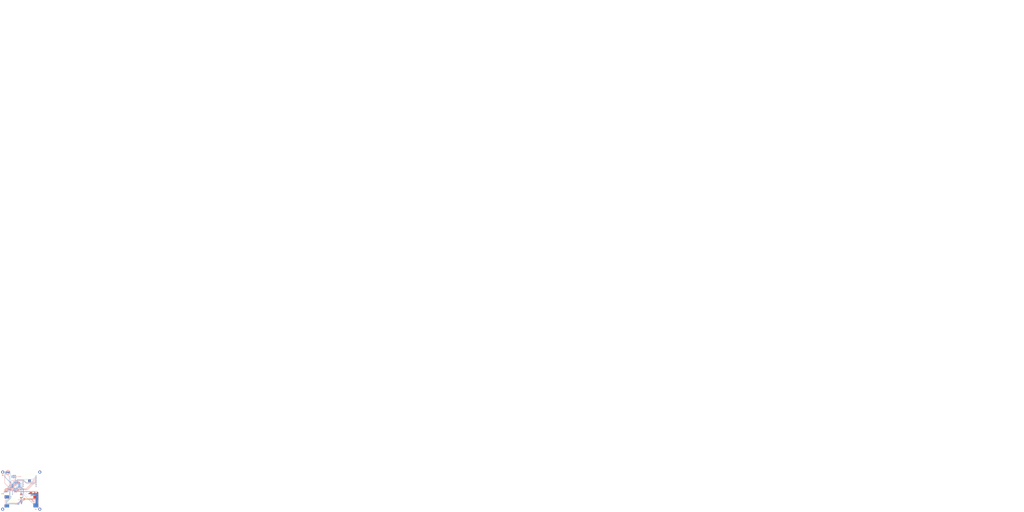
<source format=kicad_pcb>
(kicad_pcb (version 20240108) (generator "pcbnew") (generator_version "8.0")
  (title_block (title "Comms Board") (date "2025-02-12") (rev "${PCB_VERSION}") (company "TVSC"))
  (layers (0 "F.Cu" signal) (1 "In1.Cu" signal) (2 "In2.Cu" signal) (31 "B.Cu" signal) (34 "B.Paste" user) (35 "F.Paste" user) (36 "B.SilkS" user "B.Silkscreen") (37 "F.SilkS" user "F.Silkscreen") (38 "B.Mask" user) (39 "F.Mask" user) (44 "Edge.Cuts" user))
  (property "PCB_VERSION" "Cheerful Coffee")
  (net 0 "")
  (net 1 "GND")
  (net 2 "Net-(C3-Pad2)")
  (net 3 "+3V3")
  (net 4 "/NRST")
  (net 5 "/BOOT0")
  (net 6 "/MCU/DEBUG_LED")
  (net 8 "VBUS")
  (net 10 "/MCU/I2C1_SDA")
  (net 11 "Net-(JP9-B)")
  (net 12 "/MCU/I2C1_SCL")
  (net 14 "/SWO")
  (net 15 "/SWDIO")
  (net 16 "/SWCLK")
  (net 17 "/CANH_UPSTREAM")
  (net 18 "/CANL_UPSTREAM")
  (net 19 "/CANL_DOWNSTREAM")
  (net 20 "/CTRL.SWO")
  (net 21 "/CTRL.BOOT0")
  (net 22 "/CTRL.SWDIO")
  (net 23 "/CTRL.NRST")
  (net 24 "/CTRL.SWCLK")
  (net 25 "/CANH_DOWNSTREAM")
  (net 26 "Net-(JP1-B)")
  (net 35 "Net-(D1-K)")
  (net 38 "/MCU/TRANSCEIVER_SPI_CS")
  (net 39 "/MCU/TRANSCEIVER_INT1")
  (net 40 "/MCU/TRANSCEIVER_INT3")
  (net 41 "/MCU/TRANSCEIVER_INT5")
  (net 46 "Net-(U6-SDO)")
  (net 47 "/SPI3.SCK")
  (net 48 "Net-(JP2-B)")
  (net 49 "Net-(J1-T_SWDIO)")
  (net 50 "Net-(U1-PC10)")
  (net 51 "Net-(U1-PC12)")
  (net 52 "/SPI3.MOSI")
  (net 53 "/MCU/TRANSCEIVER_RESET")
  (net 54 "/MCU/TRANSCEIVER_EN")
  (net 55 "/MCU/TRANSCEIVER_INT0")
  (net 56 "/MCU/TRANSCEIVER_INT2")
  (net 57 "VCC")
  (net 58 "/MCU/TRANSCEIVER_INT4")
  (net 59 "Net-(U1-PC15)")
  (net 60 "Net-(U6-INT1)")
  (net 64 "Net-(J1-T_SWCLK)")
  (net 65 "Net-(J1-T_NRST)")
  (net 66 "Net-(JP7-B)")
  (net 67 "Net-(JP8-B)")
  (net 69 "Net-(U1-PC14)")
  (net 70 "/SPI3.MISO")
  (net 71 "Net-(U1-PB3)")
  (net 72 "Net-(U1-PB13)")
  (net 73 "Net-(U1-PB14)")
  (net 74 "Net-(U1-PB15)")
  (net 75 "Net-(U1-PB9)")
  (net 77 "/CAN bus/CAN_SHUTDOWN")
  (net 78 "Net-(JP10-B)")
  (net 79 "/CAN bus/CAN_RX")
  (net 80 "/CAN bus/CAN_SILENT")
  (net 81 "/CAN bus/CAN_TX")
  (net 82 "/CAN bus/CANH_TERMINATION")
  (net 85 "/CAN bus/CANL_TERMINATION")
  (net 86 "/Board Identification/BOARD_ID_SENSE")
  (net 87 "/Board Identification/BOARD_ID_POWER")
  (net 88 "Net-(U4-LX1)")
  (net 89 "Net-(U4-LX2)")
  (net 90 "Net-(U4-CFG1)")
  (net 91 "/IMU/IMU1_INT1")
  (net 92 "Net-(U6-INT2)")
  (net 93 "/IMU/IMU1_INT2")
  (net 97 "/IMU/IMU1_SPI_CS")
  (footprint "footprints:Nondescript_R_0402_1005Metric" (layer "F.Cu") (at 142.742 107.65 180)
    (property "Reference" "R3" (hide yes))
    (property "Value" "9k31")
  )
  (footprint "footprints:Nondescript_R_0402_1005Metric" (layer "F.Cu") (at 150.742 103.9 180)
    (property "Reference" "R17" (hide yes))
    (property "Value" "9k31")
  )
  (footprint "footprints:Nondescript_C_0402_1005Metric" (layer "F.Cu") (at 156.012 110.4)
    (property "Reference" "C10" (hide yes))
    (property "Value" "1u")
  )
  (footprint "Jumper:SolderJumper-2_P1.3mm_Open_RoundedPad1.0x1.5mm" (layer "F.Cu") (at 161.742 120.15 180)
    (property "Reference" "JP2" (hide yes))
    (property "Value" "SolderJumper_2_Open")
  )
  (footprint "footprints:TestPoint_Pad_D1.5mm" (layer "F.Cu") (at 118.492 110.9)
    (property "Reference" "TP4" (hide yes))
    (property "Value" "+3V3")
  )
  (footprint "footprints:Nondescript_R_0402_1005Metric" (layer "F.Cu") (at 123.242 106.14 -90)
    (property "Reference" "R22" (hide yes))
    (property "Value" "33")
  )
  (footprint "Jumper:SolderJumper-2_P1.3mm_Open_RoundedPad1.0x1.5mm" (layer "F.Cu") (at 161.742 122.65 180)
    (property "Reference" "JP1" (hide yes))
    (property "Value" "SolderJumper_2_Open")
  )
  (footprint "footprints:Bus Connector (Target)" (layer "F.Cu") (at 182.992 125.875 90)
    (property "Reference" "J2")
    (property "Value" "Molex_504050-1291" (hide yes))
  )
  (footprint "footprints:Nondescript_C_0402_1005Metric" (layer "F.Cu") (at 142.742 106.65 180)
    (property "Reference" "C2" (hide yes))
    (property "Value" "100n")
  )
  (footprint "footprints:Nondescript_R_0402_1005Metric" (layer "F.Cu") (at 145.492 107.65)
    (property "Reference" "R12" (hide yes))
    (property "Value" "9k31")
  )
  (footprint "footprints:Nondescript_R_0603_1608Metric" (layer "F.Cu") (at 172.742 108.55 -90)
    (property "Reference" "R10" (hide yes))
    (property "Value" "36k5")
  )
  (footprint "footprints:Nondescript_R_0402_1005Metric" (layer "F.Cu") (at 119.492 75.4)
    (property "Reference" "R2" (hide yes))
    (property "Value" "33")
  )
  (footprint "footprints:Core_Board_Shape_Space_Invader_2" (layer "F.Cu") (at 114.742 146.15)
    (property "Reference" "PCB1" (hide yes))
    (property "Value" "~" (hide yes))
    (fp_line (start 0 -68) (end 0 -77.5) (stroke (width 0.05)) (layer "Edge.Cuts"))
    (fp_line (start 0 -37.5) (end 0 -5) (stroke (width 0.05)) (layer "Edge.Cuts"))
    (fp_line (start 2 -66) (end 5.5 -66) (stroke (width 0.05)) (layer "Edge.Cuts"))
    (fp_line (start 5.5 -39.5) (end 2 -39.5) (stroke (width 0.05)) (layer "Edge.Cuts"))
    (fp_line (start 7.5 -64) (end 7.5 -41.5) (stroke (width 0.05)) (layer "Edge.Cuts"))
    (fp_line (start 20.5 -82.5) (end 5 -82.5) (stroke (width 0.05)) (layer "Edge.Cuts"))
    (fp_line (start 22.5 -74.5) (end 22.5 -80.5) (stroke (width 0.05)) (layer "Edge.Cuts"))
    (fp_line (start 58 -72.5) (end 24.5 -72.5) (stroke (width 0.05)) (layer "Edge.Cuts"))
    (fp_line (start 60 -80.5) (end 60 -74.5) (stroke (width 0.05)) (layer "Edge.Cuts"))
    (fp_line (start 62 -82.5) (end 77.5 -82.5) (stroke (width 0.05)) (layer "Edge.Cuts"))
    (fp_line (start 75 -12.25) (end 75 -64) (stroke (width 0.05)) (layer "Edge.Cuts"))
    (fp_line (start 77 -66) (end 80.5 -66) (stroke (width 0.05)) (layer "Edge.Cuts"))
    (fp_line (start 77.5 0) (end 5 0) (stroke (width 0.05)) (layer "Edge.Cuts"))
    (fp_line (start 80.5 -10.25) (end 77 -10.25) (stroke (width 0.05)) (layer "Edge.Cuts"))
    (fp_line (start 82.5 -68) (end 82.5 -77.5) (stroke (width 0.05)) (layer "Edge.Cuts"))
    (fp_line (start 82.5 -8.25) (end 82.5 -5) (stroke (width 0.05)) (layer "Edge.Cuts"))
    (fp_arc (start 0 -77.5) (mid 1.464466 -81.035534) (end 5 -82.5) (stroke (width 0.05)) (layer "Edge.Cuts"))
    (fp_arc (start 0 -37.5) (mid 0.585786 -38.914214) (end 2 -39.5) (stroke (width 0.05)) (layer "Edge.Cuts"))
    (fp_arc (start 2 -66) (mid 0.585786 -66.585786) (end 0 -68) (stroke (width 0.05)) (layer "Edge.Cuts"))
    (fp_arc (start 5 0) (mid 1.464466 -1.464466) (end 0 -5) (stroke (width 0.05)) (layer "Edge.Cuts"))
    (fp_arc (start 5.5 -66) (mid 6.914214 -65.414214) (end 7.5 -64) (stroke (width 0.05)) (layer "Edge.Cuts"))
    (fp_arc (start 7.5 -41.5) (mid 6.914214 -40.085786) (end 5.5 -39.5) (stroke (width 0.05)) (layer "Edge.Cuts"))
    (fp_arc (start 20.5 -82.5) (mid 21.914214 -81.914214) (end 22.5 -80.5) (stroke (width 0.05)) (layer "Edge.Cuts"))
    (fp_arc (start 24.5 -72.5) (mid 23.085786 -73.085786) (end 22.5 -74.5) (stroke (width 0.05)) (layer "Edge.Cuts"))
    (fp_arc (start 60 -80.5) (mid 60.585786 -81.914214) (end 62 -82.5) (stroke (width 0.05)) (layer "Edge.Cuts"))
    (fp_arc (start 60 -74.5) (mid 59.414214 -73.085786) (end 58 -72.5) (stroke (width 0.05)) (layer "Edge.Cuts"))
    (fp_arc (start 75 -64) (mid 75.585786 -65.414214) (end 77 -66) (stroke (width 0.05)) (layer "Edge.Cuts"))
    (fp_arc (start 77 -10.25) (mid 75.585786 -10.835786) (end 75 -12.25) (stroke (width 0.05)) (layer "Edge.Cuts"))
    (fp_arc (start 77.5 -82.5) (mid 81.035534 -81.035534) (end 82.5 -77.5) (stroke (width 0.05)) (layer "Edge.Cuts"))
    (fp_arc (start 80.5 -10.25) (mid 81.914214 -9.664214) (end 82.5 -8.25) (stroke (width 0.05)) (layer "Edge.Cuts"))
    (fp_arc (start 82.5 -68) (mid 81.914214 -66.585786) (end 80.5 -66) (stroke (width 0.05)) (layer "Edge.Cuts"))
    (fp_arc (start 82.5 -5) (mid 81.035534 -1.464466) (end 77.5 0) (stroke (width 0.05)) (layer "Edge.Cuts"))
  )
  (footprint "footprints:Nondescript_R_0402_1005Metric" (layer "F.Cu") (at 123.242 103.64 -90)
    (property "Reference" "R20" (hide yes))
    (property "Value" "33")
  )
  (footprint "footprints:Nondescript_C_0402_1005Metric" (layer "F.Cu") (at 128.242 106.39 -90)
    (property "Reference" "C20" (hide yes))
    (property "Value" "100n")
  )
  (footprint "footprints:Nondescript_C_0402_1005Metric" (layer "F.Cu") (at 124.742 107.14 180)
    (property "Reference" "C19" (hide yes))
    (property "Value" "100n")
  )
  (footprint "footprints:Nondescript_R_0402_1005Metric" (layer "F.Cu") (at 128.742 104.89)
    (property "Reference" "R23" (hide yes))
    (property "Value" "33")
  )
  (footprint "footprints:RFM69HCW_Adafruit_Breakout" (layer "F.Cu") (at 172.492 86.6 90)
    (property "Reference" "U5")
    (property "Value" "RFM69HCW")
  )
  (footprint "Package_SO:TSSOP-16_4.4x5mm_P0.65mm" (layer "F.Cu") (at 184.8795 109.435 180)
    (property "Reference" "U3")
    (property "Value" "INA260")
  )
  (footprint "footprints:Nondescript_C_0402_1005Metric" (layer "F.Cu") (at 126.742 107.14)
    (property "Reference" "C18" (hide yes))
    (property "Value" "1u")
  )
  (footprint "footprints:Nondescript_C_0402_1005Metric" (layer "F.Cu") (at 186.762 112.65 180)
    (property "Reference" "C4" (hide yes))
    (property "Value" "10u")
  )
  (footprint "footprints:Nondescript_R_0402_1005Metric" (layer "F.Cu") (at 122.742 107.64)
    (property "Reference" "R26" (hide yes))
    (property "Value" "9k31")
  )
  (footprint "footprints:Nondescript_R_0402_1005Metric" (layer "F.Cu") (at 130.242 105.39 90)
    (property "Reference" "R25" (hide yes))
    (property "Value" "9k31")
  )
  (footprint "footprints:SOIC127P600X175-8N" (layer "F.Cu") (at 155.992 115.65 -90)
    (property "Reference" "U2")
    (property "Value" "TCAN330DR" (hide yes))
  )
  (footprint "LED_SMD:LED_0603_1608Metric" (layer "F.Cu") (at 119.742 74.15)
    (property "Reference" "D1" (hide yes))
    (property "Value" "Blue LED")
  )
  (footprint "Package_SON:WSON-10-1EP_2.5x2.5mm_P0.5mm_EP1.2x2mm" (layer "F.Cu") (at 176.492 109.85 -90)
    (property "Reference" "U4")
    (property "Value" "TPS63900")
  )
  (footprint "Package_LGA:Bosch_LGA-14_3x2.5mm_P0.5mm" (layer "F.Cu") (at 125.742 104.89)
    (property "Reference" "U6" (hide yes))
    (property "Value" "IMU1")
  )
  (footprint "footprints:TestPoint_Pad_D1.5mm" (layer "F.Cu") (at 177.242 114.9)
    (property "Reference" "TP2" (hide yes))
    (property "Value" "GND")
  )
  (footprint "footprints:Nondescript_R_0402_1005Metric" (layer "F.Cu") (at 144.742 106.65)
    (property "Reference" "R11" (hide yes))
    (property "Value" "9k31")
  )
  (footprint "footprints:Nondescript_C_0402_1005Metric" (layer "F.Cu") (at 156.012 111.4)
    (property "Reference" "C7" (hide yes))
    (property "Value" "100n")
  )
  (footprint "footprints:Nondescript_C_0603_1608Metric" (layer "F.Cu") (at 180.242 111.9 -90)
    (property "Reference" "C17" (hide yes))
    (property "Value" "22u")
  )
  (footprint "footprints:Nondescript_C_0603_1608Metric" (layer "F.Cu") (at 178.742 111.9125 -90)
    (property "Reference" "C6" (hide yes))
    (property "Value" "10u")
  )
  (footprint "footprints:Nondescript_C_0603_1608Metric" (layer "F.Cu") (at 174.242 109.875 90)
    (property "Reference" "C5" (hide yes))
    (property "Value" "22u")
  )
  (footprint "footprints:TestPoint_Pad_D1.5mm" (layer "F.Cu") (at 121.492 110.9)
    (property "Reference" "TP3" (hide yes))
    (property "Value" "GND")
  )
  (footprint "footprints:TestPoint_Pad_D1.5mm" (layer "F.Cu") (at 184.492 141.15)
    (property "Reference" "TP1" (hide yes))
    (property "Value" "VBUS")
  )
  (footprint "footprints:Nondescript_R_0402_1005Metric" (layer "B.Cu") (at 154.742 127.9 90)
    (property "Reference" "R50" (hide yes))
    (property "Value" "60")
  )
  (footprint "footprints:Nondescript_R_0402_1005Metric" (layer "B.Cu") (at 136.742 98.15)
    (property "Reference" "R34" (hide yes))
    (property "Value" "33")
  )
  (footprint "Jumper:SolderJumper-2_P1.3mm_Open_RoundedPad1.0x1.5mm" (layer "B.Cu") (at 150.242 131.65 180)
    (property "Reference" "JP6" (hide yes))
    (property "Value" "SolderJumper_2_Open")
  )
  (footprint "footprints:Nondescript_C_0402_1005Metric" (layer "B.Cu") (at 138.217 92.625 90)
    (property "Reference" "C9" (hide yes))
    (property "Value" "100n")
  )
  (footprint "Jumper:SolderJumper-2_P1.3mm_Open_RoundedPad1.0x1.5mm" (layer "B.Cu") (at 140.742 75.65 -90)
    (property "Reference" "JP7" (hide yes))
    (property "Value" "0xDF" (hide yes))
  )
  (footprint "footprints:Nondescript_R_0402_1005Metric" (layer "B.Cu") (at 134.742 98.15)
    (property "Reference" "R33" (hide yes))
    (property "Value" "9k31")
  )
  (footprint "footprints:Nondescript_C_0402_1005Metric" (layer "B.Cu") (at 142.217 87.125 180)
    (property "Reference" "C16" (hide yes))
    (property "Value" "1u")
  )
  (footprint "footprints:Nondescript_C_0402_1005Metric" (layer "B.Cu") (at 149.242 88.15 180)
    (property "Reference" "C13" (hide yes))
    (property "Value" "100n")
  )
  (footprint "footprints:Nondescript_R_0402_1005Metric" (layer "B.Cu") (at 142.492 76.3 90)
    (property "Reference" "R16" (hide yes))
    (property "Value" "3k16" (hide yes))
  )
  (footprint "footprints:TestPoint_Pad_D1.5mm" (layer "B.Cu") (at 137.242 76.35 -90)
    (property "Reference" "TP5" (hide yes))
    (property "Value" "BOARD_ID_SENSE")
  )
  (footprint "footprints:Nondescript_R_0402_1005Metric" (layer "B.Cu") (at 152.467 88.375 180)
    (property "Reference" "R9" (hide yes))
    (property "Value" "33")
  )
  (footprint "footprints:Nondescript_R_0402_1005Metric" (layer "B.Cu") (at 146.992 103.15 90)
    (property "Reference" "R19" (hide yes))
    (property "Value" "33")
  )
  (footprint "footprints:Nondescript_R_0402_1005Metric" (layer "B.Cu") (at 138.992 76.3 90)
    (property "Reference" "R14" (hide yes))
    (property "Value" "221k" (hide yes))
  )
  (footprint "footprints:Nondescript_C_0402_1005Metric" (layer "B.Cu") (at 138.242 95.65 90)
    (property "Reference" "C1" (hide yes))
    (property "Value" "100n")
  )
  (footprint "footprints:Nondescript_R_0402_1005Metric" (layer "B.Cu") (at 141.967 104.625 180)
    (property "Reference" "R7" (hide yes))
    (property "Value" "33")
  )
  (footprint "Inductor_SMD:L_1008_2520Metric" (layer "B.Cu") (at 176.492 113.4)
    (property "Reference" "L1")
    (property "Value" "2.2µH")
  )
  (footprint "Jumper:SolderJumper-2_P1.3mm_Open_RoundedPad1.0x1.5mm" (layer "B.Cu") (at 150.242 129.15 180)
    (property "Reference" "JP5" (hide yes))
    (property "Value" "SolderJumper_2_Open")
  )
  (footprint "footprints:Nondescript_C_0402_1005Metric" (layer "B.Cu") (at 149.242 87.15 180)
    (property "Reference" "C15" (hide yes))
    (property "Value" "1u")
  )
  (footprint "footprints:Nondescript_R_0402_1005Metric" (layer "B.Cu") (at 152.467 90.375 180)
    (property "Reference" "R8" (hide yes))
    (property "Value" "33")
  )
  (footprint "Jumper:SolderJumper-2_P1.3mm_Open_RoundedPad1.0x1.5mm" (layer "B.Cu") (at 140.742 79 90)
    (property "Reference" "JP9" (hide yes))
    (property "Value" "0xDF")
  )
  (footprint "footprints:Nondescript_R_0402_1005Metric" (layer "B.Cu") (at 157.242 130.4 -90)
    (property "Reference" "R49" (hide yes))
    (property "Value" "60")
  )
  (footprint "Package_QFP:LQFP-64_10x10mm_P0.5mm" (layer "B.Cu") (at 145.467 95.375)
    (property "Reference" "U1" (hide yes))
    (property "Value" "STM32L452RCTx")
  )
  (footprint "footprints:Nondescript_R_0402_1005Metric" (layer "B.Cu") (at 137.242 95.65 -90)
    (property "Reference" "R1" (hide yes))
    (property "Value" "9k31")
  )
  (footprint "footprints:Nondescript_R_0402_1005Metric" (layer "B.Cu") (at 138.992 78.25 90)
    (property "Reference" "R13" (hide yes))
    (property "Value" "3k16" (hide yes))
  )
  (footprint "footprints:TestPoint_Pad_D1.5mm" (layer "B.Cu") (at 137.242 78.85 -90)
    (property "Reference" "TP6" (hide yes))
    (property "Value" "BOARD_ID_POWER")
  )
  (footprint "footprints:Nondescript_R_0402_1005Metric" (layer "B.Cu") (at 142.492 78.25 90)
    (property "Reference" "R15" (hide yes))
    (property "Value" "221k" (hide yes))
  )
  (footprint "footprints:Nondescript_R_0402_1005Metric" (layer "B.Cu") (at 152.467 89.375 180)
    (property "Reference" "R5" (hide yes))
    (property "Value" "33")
  )
  (footprint "footprints:Nondescript_C_0402_1005Metric" (layer "B.Cu") (at 155.742 130.4 90)
    (property "Reference" "C3" (hide yes))
    (property "Value" "100n")
  )
  (footprint "footprints:Nondescript_C_0402_1005Metric" (layer "B.Cu") (at 141.217 103.625 180)
    (property "Reference" "C11" (hide yes))
    (property "Value" "1u")
  )
  (footprint "footprints:Nondescript_R_0402_1005Metric" (layer "B.Cu") (at 149.232 102.65 180)
    (property "Reference" "R18" (hide yes))
    (property "Value" "33")
  )
  (footprint "footprints:Nondescript_R_0402_1005Metric" (layer "B.Cu") (at 124.742 69.65 90)
    (property "Reference" "R39" (hide yes))
    (property "Value" "33")
  )
  (footprint "footprints:Nondescript_R_0402_1005Metric" (layer "B.Cu") (at 124.242 67.9)
    (property "Reference" "R38" (hide yes))
    (property "Value" "33")
  )
  (footprint "footprints:Nondescript_C_0402_1005Metric" (layer "B.Cu") (at 142.217 88.125 180)
    (property "Reference" "C14" (hide yes))
    (property "Value" "100n")
  )
  (footprint "Jumper:SolderJumper-2_P1.3mm_Open_RoundedPad1.0x1.5mm" (layer "B.Cu") (at 144.242 75.65 -90)
    (property "Reference" "JP8" (hide yes))
    (property "Value" "0x20" (hide yes))
  )
  (footprint "Jumper:SolderJumper-2_P1.3mm_Open_RoundedPad1.0x1.5mm" (layer "B.Cu") (at 144.242 79 90)
    (property "Reference" "JP10" (hide yes))
    (property "Value" "0x20")
  )
  (footprint "footprints:Nondescript_C_0402_1005Metric" (layer "B.Cu") (at 141.217 102.625 180)
    (property "Reference" "C8" (hide yes))
    (property "Value" "100n")
  )
  (footprint "footprints:Nondescript_C_0402_1005Metric" (layer "B.Cu") (at 137.217 92.625 90)
    (property "Reference" "C12" (hide yes))
    (property "Value" "1u")
  )
  (footprint "footprints:Nondescript_R_0402_1005Metric" (layer "B.Cu") (at 136.752 97.15)
    (property "Reference" "R21" (hide yes))
    (property "Value" "33")
  )
  (footprint "footprints:Nondescript_R_0402_1005Metric" (layer "B.Cu") (at 134.752 97.15)
    (property "Reference" "R48" (hide yes))
    (property "Value" "9k31")
  )
  (footprint "footprints:Bus Connector (Control)" (layer "B.Cu") (at 128.992 125.875 90)
    (property "Reference" "J3")
    (property "Value" "Molex_504050-1291" (hide yes))
  )
  (footprint "footprints:Nondescript_R_0402_1005Metric" (layer "B.Cu") (at 152.717 99.875 90)
    (property "Reference" "R6" (hide yes))
    (property "Value" "9k31")
  )
  (footprint "footprints:Nondescript_R_0402_1005Metric" (layer "B.Cu") (at 145.492 103.15 -90)
    (property "Reference" "R4" (hide yes))
    (property "Value" "33")
  )
  (footprint "Jumper:SolderJumper-2_P1.3mm_Open_RoundedPad1.0x1.5mm" (layer "B.Cu") (at 157.242 127.8 -90)
    (property "Reference" "JP3" (hide yes))
    (property "Value" "SolderJumper_2_Open")
  )
  (footprint "Jumper:SolderJumper-2_P1.3mm_Open_RoundedPad1.0x1.5mm" (layer "B.Cu") (at 154.742 125.3 90)
    (property "Reference" "JP4" (hide yes))
    (property "Value" "SolderJumper_2_Open")
  )
  (footprint "footprints:Nondescript_R_0402_1005Metric" (layer "B.Cu") (at 134.742 71.4 90)
    (property "Reference" "R37" (hide yes))
    (property "Value" "33")
  )
  (footprint "footprints:Double-Sided_Tag-Connect_TC2030-IDC-NL_2x03_P1.27mm_Vertical" (layer "B.Cu") (at 129.742 69.15 -90)
    (property "Reference" "J1" (hide yes))
    (property "Value" "STLINK")
  )
  (gr_text "Board ID" (at 155.822 78.4 0) (layer "B.SilkS") (effects (font (size 1.5 1.5) (thickness 0.3) (bold yes)) (justify left bottom mirror)))
  (gr_text "Downstream\nCAN" (at 148.742 132.65 0) (layer "B.SilkS") (effects (font (size 1.5 1.5) (thickness 0.3) (bold yes)) (justify left bottom mirror)))
  (gr_text "CAN\nTermination" (at 155.992 123.4 0) (layer "B.SilkS") (effects (font (size 1.5 1.5) (thickness 0.3) (bold yes)) (justify bottom mirror)))
  (gr_text "Upstream\nCAN" (at 163.242 123.65 0) (layer "F.SilkS") (effects (font (size 1.5 1.5) (thickness 0.3) (bold yes)) (justify left bottom)))
  (gr_text_box "TVSC Comms Board ${PCB_VERSION} edition" (start 127.742 121.15) (end 146.992 125.9) (layer "F.SilkS") (effects (font (size 1 1) (thickness 0.1)) (justify left top)) (border yes) (stroke (width 0.1)))
  (gr_text_box "Developed with the support of the Hacker Initiative" (start 127.742 125.9) (end 146.992 131.9) (layer "F.SilkS") (effects (font (size 1 1) (thickness 0.1)) (justify left top)) (border yes) (stroke (width 0.1)))
  (segment (start 176.492 112.15) (end 176.492 110.6625) (width 0.3) (layer "F.Cu") (net 1))
  (segment (start 129.107 70.42) (end 127.242 68.555) (width 0.2) (layer "F.Cu") (net 1))
  (segment (start 125.742 105.9025) (end 126.242 105.9025) (width 0.3) (layer "F.Cu") (net 1))
  (segment (start 125.742 105.9025) (end 125.742 104.9) (width 0.3) (layer "F.Cu") (net 1))
  (segment (start 131.342 64.75) (end 134.142 67.55) (width 0.2) (layer "F.Cu") (net 1))
  (segment (start 176.017 109.375) (end 176.492 109.85) (width 0.3) (layer "F.Cu") (net 1))
  (segment (start 134.142 67.55) (end 134.142 69.27) (width 0.2) (layer "F.Cu") (net 1))
  (segment (start 175.492 108.6375) (end 175.992 108.6375) (width 0.3) (layer "F.Cu") (net 1))
  (segment (start 175.992 109.35) (end 176.017 109.375) (width 0.3) (layer "F.Cu") (net 1))
  (segment (start 183.682 108.46) (end 182.017 108.46) (width 0.3) (layer "F.Cu") (net 1))
  (segment (start 183.992 108.15) (end 183.682 108.46) (width 0.3) (layer "F.Cu") (net 1))
  (segment (start 156.492 112.804) (end 156.627 112.939) (width 0.5) (layer "F.Cu") (net 1))
  (segment (start 127.242 106.9025) (end 127.242 107.14) (width 0.3) (layer "F.Cu") (net 1))
  (segment (start 127.242 68.555) (end 127.242 66) (width 0.2) (layer "F.Cu") (net 1))
  (segment (start 127.242 66) (end 128.492 64.75) (width 0.2) (layer "F.Cu") (net 1))
  (segment (start 134.142 69.27) (end 132.992 70.42) (width 0.2) (layer "F.Cu") (net 1))
  (segment (start 126.242 105.9025) (end 127.242 106.9025) (width 0.3) (layer "F.Cu") (net 1))
  (segment (start 128.492 64.75) (end 131.342 64.75) (width 0.2) (layer "F.Cu") (net 1))
  (segment (start 156.492 110.4) (end 156.492 112.804) (width 0.5) (layer "F.Cu") (net 1))
  (segment (start 175.992 108.6375) (end 175.992 109.35) (width 0.3) (layer "F.Cu") (net 1))
  (via (at 171.492 83.65) (size 0.6) (drill 0.3) (layers "F.Cu" "B.Cu") (net 1))
  (via (at 171.492 86.65) (size 0.6) (drill 0.3) (layers "F.Cu" "B.Cu") (net 1))
  (via (at 148.717 90.875) (size 0.55) (drill 0.35) (layers "F.Cu" "B.Cu") (net 1))
  (via (at 156.492 111.4) (size 0.55) (drill 0.35) (layers "F.Cu" "B.Cu") (net 1))
  (via (at 174.242 109.1) (size 0.55) (drill 0.35) (layers "F.Cu" "B.Cu") (net 1))
  (via (at 170.492 85.65) (size 0.6) (drill 0.3) (layers "F.Cu" "B.Cu") (net 1))
  (via (at 186.282 112.65) (size 0.55) (drill 0.35) (layers "F.Cu" "B.Cu") (net 1))
  (via (at 183.042 117.625) (size 0.55) (drill 0.35) (layers "F.Cu" "B.Cu") (net 1))
  (via (at 124.442 134.125) (size 0.55) (drill 0.35) (layers "F.Cu" "B.Cu") (net 1))
  (via (at 173.492 85.65) (size 0.6) (drill 0.3) (layers "F.Cu" "B.Cu") (net 1))
  (via (at 125.942 134.125) (size 0.55) (drill 0.35) (layers "F.Cu" "B.Cu") (net 1))
  (via (at 186.742 108.699997) (size 0.55) (drill 0.35) (layers "F.Cu" "B.Cu") (net 1))
  (via (at 175.242 109.4) (size 0.55) (drill 0.35) (layers "F.Cu" "B.Cu") (net 1))
  (via (at 188.742 109.4) (size 0.55) (drill 0.35) (layers "F.Cu" "B.Cu") (net 1))
  (via (at 141.062052 91.972456) (size 0.6) (drill 0.3) (layers "F.Cu" "B.Cu") (net 1))
  (via (at 174.492 87.65) (size 0.6) (drill 0.3) (layers "F.Cu" "B.Cu") (net 1))
  (via (at 172.492 85.65) (size 0.6) (drill 0.3) (layers "F.Cu" "B.Cu") (net 1))
  (via (at 170.492 87.65) (size 0.6) (drill 0.3) (layers "F.Cu" "B.Cu") (net 1))
  (via (at 180.242 112.675) (size 0.55) (drill 0.35) (layers "F.Cu" "B.Cu") (net 1))
  (via (at 125.742 104.9) (size 0.6) (drill 0.3) (layers "F.Cu" "B.Cu") (net 1))
  (via (at 148.752 87.16) (size 0.6) (drill 0.3) (layers "F.Cu" "B.Cu") (net 1))
  (via (at 181.542 116.125) (size 0.55) (drill 0.35) (layers "F.Cu" "B.Cu") (net 1))
  (via (at 186.042 119.125) (size 0.55) (drill 0.35) (layers "F.Cu" "B.Cu") (net 1))
  (via (at 181.542 117.625) (size 0.55) (drill 0.35) (layers "F.Cu" "B.Cu") (net 1))
  (via (at 172.742 109.225) (size 0.55) (drill 0.35) (layers "F.Cu" "B.Cu") (net 1))
  (via (at 124.262 107.14) (size 0.55) (drill 0.35) (layers "F.Cu" "B.Cu") (net 1))
  (via (at 124.442 135.625) (size 0.55) (drill 0.35) (layers "F.Cu" "B.Cu") (net 1))
  (via (at 131.132 115.02) (size 0.55) (drill 0.35) (layers "F.Cu" "B.Cu") (net 1))
  (via (at 138.242 95.17) (size 0.6) (drill 0.3) (layers "F.Cu" "B.Cu") (net 1))
  (via (at 174.492 86.65) (size 0.6) (drill 0.3) (layers "F.Cu" "B.Cu") (net 1))
  (via (at 128.242 106.87) (size 0.55) (drill 0.35) (layers "F.Cu" "B.Cu") (net 1))
  (via (at 172.492 84.65) (size 0.6) (drill 0.3) (layers "F.Cu" "B.Cu") (net 1))
  (via (at 155.742 130.88) (size 0.55) (drill 0.35) (layers "F.Cu" "B.Cu") (net 1))
  (via (at 142.217 99.875) (size 0.55) (drill 0.35) (layers "F.Cu" "B.Cu") (net 1))
  (via (at 170.492 86.65) (size 0.6) (drill 0.3) (layers "F.Cu" "B.Cu") (net 1))
  (via (at 128.942 132.625) (size 0.55) (drill 0.35) (layers "F.Cu" "B.Cu") (net 1))
  (via (at 170.492 84.65) (size 0.6) (drill 0.3) (layers "F.Cu" "B.Cu") (net 1))
  (via (at 171.492 87.65) (size 0.6) (drill 0.3) (layers "F.Cu" "B.Cu") (net 1))
  (via (at 184.542 119.125) (size 0.55) (drill 0.35) (layers "F.Cu" "B.Cu") (net 1))
  (via (at 183.042 119.125) (size 0.55) (drill 0.35) (layers "F.Cu" "B.Cu") (net 1))
  (via (at 131.132 136.73) (size 0.55) (drill 0.35) (layers "F.Cu" "B.Cu") (net 1))
  (via (at 138.217 92.145) (size 0.55) (drill 0.35) (layers "F.Cu" "B.Cu") (net 1))
  (via (at 127.242 107.14) (size 0.55) (drill 0.35) (layers "F.Cu" "B.Cu") (net 1))
  (via (at 156.492 110.4) (size 0.55) (drill 0.35) (layers "F.Cu" "B.Cu") (net 1))
  (via (at 178.742 112.6875) (size 0.55) (drill 0.35) (layers "F.Cu" "B.Cu") (net 1))
  (via (at 174.492 84.65) (size 0.6) (drill 0.3) (layers "F.Cu" "B.Cu") (net 1))
  (via (at 174.492 83.65) (size 0.6) (drill 0.3) (layers "F.Cu" "B.Cu") (net 1))
  (via (at 176.492 109.85) (size 0.55) (drill 0.35) (layers "F.Cu" "B.Cu") (net 1))
  (via (at 170.492 83.65) (size 0.6) (drill 0.3) (layers "F.Cu" "B.Cu") (net 1))
  (via (at 180.852 115.02) (size 0.55) (drill 0.35) (layers "F.Cu" "B.Cu") (net 1))
  (via (at 128.942 135.625) (size 0.55) (drill 0.35) (layers "F.Cu" "B.Cu") (net 1))
  (via (at 171.492 85.65) (size 0.6) (drill 0.3) (layers "F.Cu" "B.Cu") (net 1))
  (via (at 141.737 88.125) (size 0.55) (drill 0.35) (layers "F.Cu" "B.Cu") (net 1))
  (via (at 184.542 117.625) (size 0.55) (drill 0.35) (layers "F.Cu" "B.Cu") (net 1))
  (via (at 172.492 87.65) (size 0.6) (drill 0.3) (layers "F.Cu" "B.Cu") (net 1))
  (via (at 130.442 132.625) (size 0.55) (drill 0.35) (layers "F.Cu" "B.Cu") (net 1))
  (via (at 140.967 93.625) (size 0.55) (drill 0.35) (layers "F.Cu" "B.Cu") (net 1))
  (via (at 142.492 75.79) (size 0.55) (drill 0.35) (layers "F.Cu" "B.Cu") (net 1))
  (via (at 149.933423 98.836771) (size 0.55) (drill 0.35) (layers "F.Cu" "B.Cu") (net 1))
  (via (at 176.017 109.375) (size 0.55) (drill 0.35) (layers "F.Cu" "B.Cu") (net 1))
  (via (at 124.442 132.625) (size 0.55) (drill 0.35) (layers "F.Cu" "B.Cu") (net 1))
  (via (at 181.542 119.125) (size 0.55) (drill 0.35) (layers "F.Cu" "B.Cu") (net 1))
  (via (at 125.942 135.625) (size 0.55) (drill 0.35) (layers "F.Cu" "B.Cu") (net 1))
  (via (at 127.442 135.625) (size 0.55) (drill 0.35) (layers "F.Cu" "B.Cu") (net 1))
  (via (at 138.992 75.79) (size 0.55) (drill 0.35) (layers "F.Cu" "B.Cu") (net 1))
  (via (at 173.492 86.65) (size 0.6) (drill 0.3) (layers "F.Cu" "B.Cu") (net 1))
  (via (at 174.492 85.65) (size 0.6) (drill 0.3) (layers "F.Cu" "B.Cu") (net 1))
  (via (at 172.492 83.65) (size 0.6) (drill 0.3) (layers "F.Cu" "B.Cu") (net 1))
  (via (at 125.942 132.625) (size 0.55) (drill 0.35) (layers "F.Cu" "B.Cu") (net 1))
  (via (at 137.217 92.145) (size 0.55) (drill 0.35) (layers "F.Cu" "B.Cu") (net 1))
  (via (at 176.492 112.15) (size 0.55) (drill 0.35) (layers "F.Cu" "B.Cu") (net 1))
  (via (at 173.492 84.65) (size 0.6) (drill 0.3) (layers "F.Cu" "B.Cu") (net 1))
  (via (at 183.042 116.125) (size 0.55) (drill 0.35) (layers "F.Cu" "B.Cu") (net 1))
  (via (at 186.042 117.625) (size 0.55) (drill 0.35) (layers "F.Cu" "B.Cu") (net 1))
  (via (at 186.042 116.125) (size 0.55) (drill 0.35) (layers "F.Cu" "B.Cu") (net 1))
  (via (at 173.492 83.65) (size 0.6) (drill 0.3) (layers "F.Cu" "B.Cu") (net 1))
  (via (at 142.262 106.65) (size 0.6) (drill 0.3) (layers "F.Cu" "B.Cu") (net 1))
  (via (at 177.492 109.65) (size 0.55) (drill 0.35) (layers "F.Cu" "B.Cu") (net 1))
  (via (at 180.852 136.73) (size 0.55) (drill 0.35) (layers "F.Cu" "B.Cu") (net 1))
  (via (at 187.742 109.11) (size 0.55) (drill 0.35) (layers "F.Cu" "B.Cu") (net 1))
  (via (at 128.942 134.125) (size 0.55) (drill 0.35) (layers "F.Cu" "B.Cu") (net 1))
  (via (at 130.442 134.125) (size 0.55) (drill 0.35) (layers "F.Cu" "B.Cu") (net 1))
  (via (at 140.737 103.625) (size 0.55) (drill 0.35) (layers "F.Cu" "B.Cu") (net 1))
  (via (at 140.737 102.625) (size 0.55) (drill 0.35) (layers "F.Cu" "B.Cu") (net 1))
  (via (at 172.492 86.65) (size 0.6) (drill 0.3) (layers "F.Cu" "B.Cu") (net 1))
  (via (at 188.742 108.65) (size 0.55) (drill 0.35) (layers "F.Cu" "B.Cu") (net 1))
  (via (at 148.717 88.15) (size 0.6) (drill 0.3) (layers "F.Cu" "B.Cu") (net 1))
  (via (at 120.002 75.4) (size 0.55) (drill 0.35) (layers "F.Cu" "B.Cu") (net 1))
  (via (at 121.492 110.9) (size 0.55) (drill 0.35) (layers "F.Cu" "B.Cu") (net 1))
  (via (at 127.442 132.625) (size 0.55) (drill 0.35) (layers "F.Cu" "B.Cu") (net 1))
  (via (at 183.992 108.15) (size 0.55) (drill 0.35) (layers "F.Cu" "B.Cu") (net 1))
  (via (at 184.542 116.125) (size 0.55) (drill 0.35) (layers "F.Cu" "B.Cu") (net 1))
  (via (at 141.737 87.125) (size 0.55) (drill 0.35) (layers "F.Cu" "B.Cu") (net 1))
  (via (at 186.742 109.4) (size 0.55) (drill 0.35) (layers "F.Cu" "B.Cu") (net 1))
  (via (at 156.627 112.939) (size 0.55) (drill 0.35) (layers "F.Cu" "B.Cu") (net 1))
  (via (at 142.232 107.65) (size 0.6) (drill 0.3) (layers "F.Cu" "B.Cu") (net 1))
  (via (at 171.492 84.65) (size 0.6) (drill 0.3) (layers "F.Cu" "B.Cu") (net 1))
  (via (at 130.442 135.625) (size 0.55) (drill 0.35) (layers "F.Cu" "B.Cu") (net 1))
  (via (at 127.442 134.125) (size 0.55) (drill 0.35) (layers "F.Cu" "B.Cu") (net 1))
  (via (at 173.492 87.65) (size 0.6) (drill 0.3) (layers "F.Cu" "B.Cu") (net 1))
  (segment (start 140.914596 91.825) (end 140.912407 91.825) (width 0.3) (layer "B.Cu") (net 1))
  (segment (start 149.933423 98.836771) (end 150.145194 98.625) (width 0.3) (layer "B.Cu") (net 1))
  (segment (start 141.062052 91.972456) (end 140.914596 91.825) (width 0.3) (layer "B.Cu") (net 1))
  (segment (start 142.217 101.05) (end 142.217 99.875) (width 0.3) (layer "B.Cu") (net 1))
  (segment (start 142.217 89.7) (end 142.217 88.651846) (width 0.3) (layer "B.Cu") (net 1))
  (segment (start 141.737 87.125) (end 141.737 88.125) (width 0.3) (layer "B.Cu") (net 1))
  (segment (start 140.967 93.625) (end 139.792 93.625) (width 0.3) (layer "B.Cu") (net 1))
  (segment (start 148.717 89.7) (end 148.717 88.15) (width 0.3) (layer "B.Cu") (net 1))
  (segment (start 148.717 88.15) (end 148.717 87.195) (width 0.3) (layer "B.Cu") (net 1))
  (segment (start 148.717 89.7) (end 148.717 90.875) (width 0.3) (layer "B.Cu") (net 1))
  (segment (start 148.752 87.16) (end 148.762 87.15) (width 0.3) (layer "B.Cu") (net 1))
  (segment (start 150.145194 98.625) (end 151.142 98.625) (width 0.3) (layer "B.Cu") (net 1))
  (segment (start 140.912407 91.825) (end 140.712407 91.625) (width 0.3) (layer "B.Cu") (net 1))
  (segment (start 148.717 87.195) (end 148.752 87.16) (width 0.3) (layer "B.Cu") (net 1))
  (segment (start 140.712407 91.625) (end 139.792 91.625) (width 0.3) (layer "B.Cu") (net 1))
  (segment (start 142.217 88.651846) (end 141.737 88.171846) (width 0.3) (layer "B.Cu") (net 1))
  (segment (start 155.930266 129.92) (end 155.742 129.92) (width 0.5) (layer "B.Cu") (net 2))
  (segment (start 156.920266 130.91) (end 155.930266 129.92) (width 0.5) (layer "B.Cu") (net 2))
  (segment (start 154.742 128.41) (end 154.742 128.92) (width 0.5) (layer "B.Cu") (net 2))
  (segment (start 157.242 130.91) (end 156.920266 130.91) (width 0.5) (layer "B.Cu") (net 2))
  (segment (start 154.742 128.92) (end 155.742 129.92) (width 0.5) (layer "B.Cu") (net 2))
  (segment (start 128.242 67.015) (end 128.242 66.4) (width 0.2) (layer "F.Cu") (net 3))
  (segment (start 183.242 107.685) (end 183.117 107.81) (width 0.3) (layer "F.Cu") (net 3))
  (segment (start 127.972 105.64) (end 128.232 105.9) (width 0.3) (layer "F.Cu") (net 3))
  (segment (start 183.117 107.81) (end 182.017 107.81) (width 0.3) (layer "F.Cu") (net 3))
  (segment (start 129.107 67.88) (end 128.242 67.015) (width 0.2) (layer "F.Cu") (net 3))
  (segment (start 128.232 105.9) (end 128.242 105.91) (width 0.3) (layer "F.Cu") (net 3))
  (segment (start 130.662 65.55) (end 132.992 67.88) (width 0.2) (layer "F.Cu") (net 3))
  (segment (start 155.532 110.4) (end 155.532 112.764) (width 0.5) (layer "F.Cu") (net 3))
  (segment (start 129.092 65.55) (end 130.662 65.55) (width 0.2) (layer "F.Cu") (net 3))
  (segment (start 125.242 105.9025) (end 125.242 107.14) (width 0.3) (layer "F.Cu") (net 3))
  (segment (start 155.532 112.764) (end 155.357 112.939) (width 0.5) (layer "F.Cu") (net 3))
  (segment (start 128.242 66.4) (end 129.092 65.55) (width 0.2) (layer "F.Cu") (net 3))
  (segment (start 126.262 107.14) (end 125.242 107.14) (width 0.3) (layer "F.Cu") (net 3))
  (segment (start 127.0045 105.64) (end 127.972 105.64) (width 0.3) (layer "F.Cu") (net 3))
  (segment (start 126.262 107.14) (end 126.202 107.14) (width 0.3) (layer "F.Cu") (net 3))
  (via (at 155.357 112.939) (size 0.55) (drill 0.35) (layers "F.Cu" "B.Cu") (net 3))
  (via (at 141.697 102.625) (size 0.55) (drill 0.35) (layers "F.Cu" "B.Cu") (net 3))
  (via (at 166.992 108.4) (size 0.6) (drill 0.3) (layers "F.Cu" "B.Cu") (net 3))
  (via (at 137.242 95.14) (size 0.6) (drill 0.3) (layers "F.Cu" "B.Cu") (net 3))
  (via (at 141.697 103.625) (size 0.55) (drill 0.35) (layers "F.Cu" "B.Cu") (net 3))
  (via (at 183.242 107.685) (size 0.55) (drill 0.35) (layers "F.Cu" "B.Cu") (net 3))
  (via (at 155.532 111.4) (size 0.55) (drill 0.35) (layers "F.Cu" "B.Cu") (net 3))
  (via (at 152.717 100.384999) (size 0.55) (drill 0.35) (layers "F.Cu" "B.Cu") (net 3))
  (via (at 144.232 106.65) (size 0.6) (drill 0.3) (layers "F.Cu" "B.Cu") (net 3))
  (via (at 151.252 103.9) (size 0.6) (drill 0.3) (layers "F.Cu" "B.Cu") (net 3))
  (via (at 170.822 111.3) (size 0.6) (drill 0.3) (layers "F.Cu" "B.Cu") (net 3))
  (via (at 161.492 108.9) (size 0.6) (drill 0.3) (layers "F.Cu" "B.Cu") (net 3))
  (via (at 166.117 113.275) (size 0.6) (drill 0.3) (layers "F.Cu" "B.Cu") (net 3))
  (via (at 170.862 109.99) (size 0.6) (drill 0.3) (layers "F.Cu" "B.Cu") (net 3))
  (via (at 164.117 111.275) (size 0.6) (drill 0.3) (layers "F.Cu" "B.Cu") (net 3))
  (via (at 149.722 87.15) (size 0.6) (drill 0.3) (layers "F.Cu" "B.Cu") (net 3))
  (via (at 128.232 105.9) (size 0.55) (drill 0.35) (layers "F.Cu" "B.Cu") (net 3))
  (via (at 126.262 107.14) (size 0.55) (drill 0.35) (layers "F.Cu" "B.Cu") (net 3))
  (via (at 118.492 110.9) (size 0.55) (drill 0.35) (layers "F.Cu" "B.Cu") (net 3))
  (via (at 138.217 93.105) (size 0.55) (drill 0.35) (layers "F.Cu" "B.Cu") (net 3))
  (via (at 168.742 110.65) (size 0.6) (drill 0.3) (layers "F.Cu" "B.Cu") (net 3))
  (via (at 134.232 98.15) (size 0.6) (drill 0.3) (layers "F.Cu" "B.Cu") (net 3))
  (via (at 137.217 93.105) (size 0.55) (drill 0.35) (layers "F.Cu" "B.Cu") (net 3))
  (via (at 142.717 88.125) (size 0.55) (drill 0.35) (layers "F.Cu" "B.Cu") (net 3))
  (via (at 172.292 111.29) (size 0.6) (drill 0.3) (layers "F.Cu" "B.Cu") (net 3))
  (via (at 144.982 107.65) (size 0.6) (drill 0.3) (layers "F.Cu" "B.Cu") (net 3))
  (via (at 149.722 88.15) (size 0.6) (drill 0.3) (layers "F.Cu" "B.Cu") (net 3))
  (via (at 155.532 110.4) (size 0.55) (drill 0.35) (layers "F.Cu" "B.Cu") (net 3))
  (via (at 173.052 110.77) (size 0.6) (drill 0.3) (layers "F.Cu" "B.Cu") (net 3))
  (via (at 125.242 107.14) (size 0.55) (drill 0.35) (layers "F.Cu" "B.Cu") (net 3))
  (via (at 134.242 97.15) (size 0.6) (drill 0.3) (layers "F.Cu" "B.Cu") (net 3))
  (via (at 130.242 105.9) (size 0.55) (drill 0.35) (layers "F.Cu" "B.Cu") (net 3))
  (via (at 174.242 110.65) (size 0.55) (drill 0.35) (layers "F.Cu" "B.Cu") (net 3))
  (via (at 172.322 110.27) (size 0.6) (drill 0.3) (layers "F.Cu" "B.Cu") (net 3))
  (via (at 122.232 107.64) (size 0.55) (drill 0.35) (layers "F.Cu" "B.Cu") (net 3))
  (via (at 142.707 87.135) (size 0.55) (drill 0.35) (layers "F.Cu" "B.Cu") (net 3))
  (via (at 171.562 110.71) (size 0.6) (drill 0.3) (layers "F.Cu" "B.Cu") (net 3))
  (via (at 164.68912 105.67788) (size 0.6) (drill 0.3) (layers "F.Cu" "B.Cu") (net 3))
  (segment (start 142.717 89.7) (end 142.717 88.125) (width 0.3) (layer "B.Cu") (net 3))
  (segment (start 141.717001 101.05) (end 141.717001 103.604999) (width 0.3) (layer "B.Cu") (net 3))
  (segment (start 149.722 89.195) (end 149.722 88.15) (width 0.3) (layer "B.Cu") (net 3))
  (segment (start 149.722 88.15) (end 149.722 87.15) (width 0.3) (layer "B.Cu") (net 3))
  (segment (start 139.792 93.125) (end 137.237 93.125) (width 0.3) (layer "B.Cu") (net 3))
  (segment (start 142.717 88.125) (end 142.717 87.145) (width 0.3) (layer "B.Cu") (net 3))
  (segment (start 149.217 89.7) (end 149.722 89.195) (width 0.3) (layer "B.Cu") (net 3))
  (segment (start 149.237 89.679999) (end 149.216999 89.7) (width 0.3) (layer "B.Cu") (net 3))
  (segment (start 135.492 94.41) (end 137.242 96.16) (width 0.3) (layer "F.Cu") (net 4))
  (segment (start 135.492 88.15) (end 135.492 94.41) (width 0.3) (layer "F.Cu") (net 4))
  (segment (start 180.467 128.125) (end 186.042 128.125) (width 0.3) (layer "F.Cu") (net 4))
  (segment (start 176.492 124.15) (end 180.467 128.125) (width 0.3) (layer "F.Cu") (net 4))
  (segment (start 176.492 122.9) (end 176.492 124.15) (width 0.3) (layer "F.Cu") (net 4))
  (segment (start 135.45162 88.10962) (end 135.492 88.15) (width 0.3) (layer "F.Cu") (net 4))
  (via (at 137.242 96.16) (size 0.6) (drill 0.3) (layers "F.Cu" "B.Cu") (net 4))
  (via (at 176.492 122.9) (size 0.6) (drill 0.3) (layers "F.Cu" "B.Cu") (net 4))
  (via (at 135.45162 88.10962) (size 0.6) (drill 0.3) (layers "F.Cu" "B.Cu") (net 4))
  (segment (start 135.45162 88.10962) (end 134.742 87.4) (width 0.3) (layer "B.Cu") (net 4))
  (segment (start 139.792 96.125) (end 138.247 96.125) (width 0.3) (layer "B.Cu") (net 4))
  (segment (start 134.742 87.4) (end 134.742 71.91) (width 0.3) (layer "B.Cu") (net 4))
  (segment (start 138.242 96.13) (end 137.272 96.13) (width 0.3) (layer "B.Cu") (net 4))
  (segment (start 138.247 96.125) (end 138.242 96.13) (width 0.3) (layer "B.Cu") (net 4))
  (segment (start 137.272 96.13) (end 137.242 96.16) (width 0.3) (layer "B.Cu") (net 4))
  (segment (start 143.252 107.65) (end 143.252 106.66) (width 0.3) (layer "F.Cu") (net 5))
  (segment (start 143.252 106.66) (end 143.262 106.65) (width 0.3) (layer "F.Cu") (net 5))
  (via (at 186.042 123.625) (size 0.6) (drill 0.3) (layers "F.Cu" "B.Cu") (net 5))
  (via (at 143.262 106.65) (size 0.55) (drill 0.35) (layers "F.Cu" "B.Cu") (net 5))
  (segment (start 143.717 101.05) (end 143.717 101.92812) (width 0.3) (layer "B.Cu") (net 5))
  (segment (start 143.242 106.63) (end 143.262 106.65) (width 0.3) (layer "B.Cu") (net 5))
  (segment (start 143.242 102.40312) (end 143.242 106.63) (width 0.3) (layer "B.Cu") (net 5))
  (segment (start 143.717 101.92812) (end 143.242 102.40312) (width 0.3) (layer "B.Cu") (net 5))
  (segment (start 123.992 77.6125) (end 120.5295 74.15) (width 0.3) (layer "F.Cu") (net 6))
  (segment (start 132.992 99.65) (end 123.992 90.65) (width 0.3) (layer "F.Cu") (net 6))
  (segment (start 134.992 99.65) (end 132.992 99.65) (width 0.3) (layer "F.Cu") (net 6))
  (segment (start 123.992 90.65) (end 123.992 77.6125) (width 0.3) (layer "F.Cu") (net 6))
  (via (at 134.992 99.65) (size 0.6) (drill 0.3) (layers "F.Cu" "B.Cu") (net 6))
  (segment (start 137.649106 99.65) (end 138.674106 98.625) (width 0.3) (layer "B.Cu") (net 6))
  (segment (start 134.992 99.65) (end 137.649106 99.65) (width 0.3) (layer "B.Cu") (net 6))
  (segment (start 138.674106 98.625) (end 139.792 98.625) (width 0.3) (layer "B.Cu") (net 6))
  (segment (start 186.242 134.125) (end 186.042 134.125) (width 2) (layer "F.Cu") (net 8))
  (segment (start 185.717 110.41) (end 187.742 110.41) (width 0.3) (layer "F.Cu") (net 8))
  (segment (start 184.492 135.675) (end 184.542 135.625) (width 0.2) (layer "F.Cu") (net 8))
  (segment (start 182.017 109.11) (end 184.417 109.11) (width 0.3) (layer "F.Cu") (net 8))
  (segment (start 184.417 109.11) (end 185.717 110.41) (width 0.3) (layer "F.Cu") (net 8))
  (via (at 177.242 118.65) (size 0.6) (drill 0.3) (layers "F.Cu" "B.Cu") (net 8))
  (via (at 173.992 123.15) (size 0.6) (drill 0.3) (layers "F.Cu" "B.Cu") (net 8))
  (via (at 125.942 119.125) (size 0.55) (drill 0.35) (layers "F.Cu" "B.Cu") (net 8))
  (via (at 183.042 134.125) (size 0.55) (drill 0.35) (layers "F.Cu" "B.Cu") (net 8))
  (via (at 181.542 132.625) (size 0.55) (drill 0.35) (layers "F.Cu" "B.Cu") (net 8))
  (via (at 130.442 119.125) (size 0.55) (drill 0.35) (layers "F.Cu" "B.Cu") (net 8))
  (via (at 186.042 134.125) (size 0.55) (drill 0.35) (layers "F.Cu" "B.Cu") (net 8))
  (via (at 130.442 116.125) (size 0.55) (drill 0.35) (layers "F.Cu" "B.Cu") (net 8))
  (via (at 125.942 117.625) (size 0.55) (drill 0.35) (layers "F.Cu" "B.Cu") (net 8))
  (via (at 130.442 117.625) (size 0.55) (drill 0.35) (layers "F.Cu" "B.Cu") (net 8))
  (via (at 186.042 135.625) (size 0.55) (drill 0.35) (layers "F.Cu" "B.Cu") (net 8))
  (via (at 187.742 111.06) (size 0.6) (drill 0.3) (layers "F.Cu" "B.Cu") (net 8))
  (via (at 125.942 116.125) (size 0.55) (drill 0.35) (layers "F.Cu" "B.Cu") (net 8))
  (via (at 184.492 141.15) (size 0.55) (drill 0.35) (layers "F.Cu" "B.Cu") (net 8))
  (via (at 173.492 115.15) (size 0.55) (drill 0.35) (layers "F.Cu" "B.Cu") (net 8))
  (via (at 168.492 116.15) (size 0.6) (drill 0.3) (layers "F.Cu" "B.Cu") (net 8))
  (via (at 181.542 134.125) (size 0.55) (drill 0.35) (layers "F.Cu" "B.Cu") (net 8))
  (via (at 187.742 111.71) (size 0.6) (drill 0.3) (layers "F.Cu" "B.Cu") (net 8))
  (via (at 186.042 132.625) (size 0.55) (drill 0.35) (layers "F.Cu" "B.Cu") (net 8))
  (via (at 127.442 116.125) (size 0.55) (drill 0.35) (layers "F.Cu" "B.Cu") (net 8))
  (via (at 174.742 116.15) (size 0.6) (drill 0.3) (layers "F.Cu" "B.Cu") (net 8))
  (via (at 187.242 112.65) (size 0.6) (drill 0.3) (layers "F.Cu" "B.Cu") (net 8))
  (via (at 186.742 110.65) (size 0.6) (drill 0.3) (layers "F.Cu" "B.Cu") (net 8))
  (via (at 183.042 135.625) (size 0.55) (drill 0.35) (layers "F.Cu" "B.Cu") (net 8))
  (via (at 127.442 119.125) (size 0.55) (drill 0.35) (layers "F.Cu" "B.Cu") (net 8))
  (via (at 124.442 119.125) (size 0.55) (drill 0.35) (layers "F.Cu" "B.Cu") (net 8))
  (via (at 171.742 119.15) (size 0.6) (drill 0.3) (layers "F.Cu" "B.Cu") (net 8))
  (via (at 178.992 123.9) (size 0.6) (drill 0.3) (layers "F.Cu" "B.Cu") (net 8))
  (via (at 188.242 112.65) (size 0.6) (drill 0.3) (layers "F.Cu" "B.Cu") (net 8))
  (via (at 124.442 117.625) (size 0.55) (drill 0.35) (layers "F.Cu" "B.Cu") (net 8))
  (via (at 176.742 126.4) (size 0.6) (drill 0.3) (layers "F.Cu" "B.Cu") (net 8))
  (via (at 184.542 134.125) (size 0.55) (drill 0.35) (layers "F.Cu" "B.Cu") (net 8))
  (via (at 124.442 116.125) (size 0.55) (drill 0.35) (layers "F.Cu" "B.Cu") (net 8))
  (via (at 128.942 119.125) (size 0.55) (drill 0.35) (layers "F.Cu" "B.Cu") (net 8))
  (via (at 184.542 132.625) (size 0.55) (drill 0.35) (layers "F.Cu" "B.Cu") (net 8))
  (via (at 128.942 116.125) (size 0.55) (drill 0.35) (layers "F.Cu" "B.Cu") (net 8))
  (via (at 128.942 117.625) (size 0.55) (drill 0.35) (layers "F.Cu" "B.Cu") (net 8))
  (via (at 183.042 132.625) (size 0.55) (drill 0.35) (layers "F.Cu" "B.Cu") (net 8))
  (via (at 127.442 117.625) (size 0.55) (drill 0.35) (layers "F.Cu" "B.Cu") (net 8))
  (via (at 184.542 135.625) (size 0.55) (drill 0.35) (layers "F.Cu" "B.Cu") (net 8))
  (via (at 181.542 135.625) (size 0.55) (drill 0.35) (layers "F.Cu" "B.Cu") (net 8))
  (segment (start 146.742 106.65) (end 146.992 106.4) (width 0.3) (layer "F.Cu") (net 10))
  (segment (start 145.252 106.65) (end 146.742 106.65) (width 0.3) (layer "F.Cu") (net 10))
  (segment (start 146.992 106.4) (end 186.982 106.4) (width 0.3) (layer "F.Cu") (net 10))
  (segment (start 186.982 106.4) (end 187.742 107.16) (width 0.3) (layer "F.Cu") (net 10))
  (via (at 145.242 106.65) (size 0.6) (drill 0.3) (layers "F.Cu" "B.Cu") (net 10))
  (segment (start 144.217 105.625) (end 144.217 101.05) (width 0.3) (layer "B.Cu") (net 10))
  (segment (start 145.242 106.65) (end 144.217 105.625) (width 0.3) (layer "B.Cu") (net 10))
  (segment (start 140.742 78.35) (end 139.402 78.35) (width 0.3) (layer "B.Cu") (net 11))
  (segment (start 139.402 78.35) (end 138.992 78.76) (width 0.3) (layer "B.Cu") (net 11))
  (segment (start 146.002 107.65) (end 146.742 107.65) (width 0.3) (layer "F.Cu") (net 12))
  (segment (start 146.742 107.65) (end 147.422 106.97) (width 0.3) (layer "F.Cu") (net 12))
  (segment (start 147.422 106.97) (end 181.827 106.97) (width 0.3) (layer "F.Cu") (net 12))
  (segment (start 181.827 106.97) (end 182.017 107.16) (width 0.3) (layer "F.Cu") (net 12))
  (via (at 146.002 107.65) (size 0.6) (drill 0.3) (layers "F.Cu" "B.Cu") (net 12))
  (segment (start 144.717 101.05) (end 144.717 105.205761) (width 0.3) (layer "B.Cu") (net 12))
  (segment (start 146.002 106.490761) (end 146.002 107.65) (width 0.3) (layer "B.Cu") (net 12))
  (segment (start 144.717 105.205761) (end 146.002 106.490761) (width 0.3) (layer "B.Cu") (net 12))
  (segment (start 131.742 71.228225) (end 131.742 72.334314) (width 0.2) (layer "F.Cu") (net 14))
  (segment (start 131.742 72.334314) (end 131.076314 73) (width 0.2) (layer "F.Cu") (net 14))
  (segment (start 131.076314 73) (end 128.092 73) (width 0.2) (layer "F.Cu") (net 14))
  (segment (start 130.933775 70.42) (end 131.742 71.228225) (width 0.2) (layer "F.Cu") (net 14))
  (segment (start 128.092 73) (end 126.492 71.4) (width 0.2) (layer "F.Cu") (net 14))
  (segment (start 132.742 77.4) (end 132.742 98.4) (width 0.3) (layer "F.Cu") (net 14))
  (segment (start 179.842 125.125) (end 186.042 125.125) (width 0.3) (layer "F.Cu") (net 14))
  (segment (start 130.377 70.42) (end 130.933775 70.42) (width 0.2) (layer "F.Cu") (net 14))
  (segment (start 126.492 71.4) (end 126.492 70.42) (width 0.2) (layer "F.Cu") (net 14))
  (via (at 132.742 77.4) (size 0.6) (drill 0.3) (layers "F.Cu" "B.Cu") (net 14))
  (via (at 132.742 98.4) (size 0.55) (drill 0.35) (layers "F.Cu" "B.Cu") (net 14))
  (via (at 179.842 125.125) (size 0.6) (drill 0.3) (layers "F.Cu" "B.Cu") (net 14))
  (via (at 145.492 103.66) (size 0.6) (drill 0.3) (layers "F.Cu" "B.Cu") (net 14))
  (segment (start 132.742 77.4) (end 126.492 71.15) (width 0.3) (layer "B.Cu") (net 14))
  (segment (start 126.492 71.15) (end 126.492 70.42) (width 0.3) (layer "B.Cu") (net 14))
  (segment (start 147.557839 98.012721) (end 149.926985 98.012721) (width 0.3) (layer "F.Cu") (net 15))
  (segment (start 171.492 123.15) (end 177.967 129.625) (width 0.3) (layer "F.Cu") (net 15))
  (segment (start 177.967 129.625) (end 186.042 129.625) (width 0.3) (layer "F.Cu") (net 15))
  (segment (start 157.354721 98.012721) (end 149.926985 98.012721) (width 0.3) (layer "F.Cu") (net 15))
  (via (at 147.557839 98.012721) (size 0.6) (drill 0.3) (layers "F.Cu" "B.Cu") (net 15))
  (via (at 157.354721 98.012721) (size 0.6) (drill 0.3) (layers "F.Cu" "B.Cu") (net 15))
  (via (at 171.492 123.15) (size 0.6) (drill 0.3) (layers "F.Cu" "B.Cu") (net 15))
  (via (at 149.926985 98.012721) (size 0.6) (drill 0.3) (layers "F.Cu" "B.Cu") (net 15))
  (segment (start 152.02012 98.125) (end 152.717 98.82188) (width 0.3) (layer "B.Cu") (net 15))
  (segment (start 151.142 98.125) (end 152.02012 98.125) (width 0.3) (layer "B.Cu") (net 15))
  (segment (start 160.742 101.4) (end 160.742 112.4) (width 0.3) (layer "B.Cu") (net 15))
  (segment (start 160.742 112.4) (end 171.492 123.15) (width 0.3) (layer "B.Cu") (net 15))
  (segment (start 152.717 98.82188) (end 152.717 99.365) (width 0.3) (layer "B.Cu") (net 15))
  (segment (start 141.707 91.325) (end 141.119513 91.325) (width 0.3) (layer "B.Cu") (net 15))
  (segment (start 123.742 78.65) (end 123.742 67.91) (width 0.3) (layer "B.Cu") (net 15))
  (segment (start 147.557839 98.012721) (end 147.557839 97.175839) (width 0.3) (layer "B.Cu") (net 15))
  (segment (start 150.039264 98.125) (end 151.142 98.125) (width 0.3) (layer "B.Cu") (net 15))
  (segment (start 147.557839 97.175839) (end 141.707 91.325) (width 0.3) (layer "B.Cu") (net 15))
  (segment (start 136.202 91.11) (end 123.742 78.65) (width 0.3) (layer "B.Cu") (net 15))
  (segment (start 140.904513 91.11) (end 136.202 91.11) (width 0.3) (layer "B.Cu") (net 15))
  (segment (start 149.926985 98.012721) (end 150.039264 98.125) (width 0.3) (layer "B.Cu") (net 15))
  (segment (start 141.119513 91.325) (end 140.904513 91.11) (width 0.3) (layer "B.Cu") (net 15))
  (segment (start 157.354721 98.012721) (end 160.742 101.4) (width 0.3) (layer "B.Cu") (net 15))
  (segment (start 177.492 122.9) (end 177.492 123.9) (width 0.3) (layer "F.Cu") (net 16))
  (segment (start 180.217 126.625) (end 186.042 126.625) (width 0.3) (layer "F.Cu") (net 16))
  (segment (start 177.492 123.9) (end 180.217 126.625) (width 0.3) (layer "F.Cu") (net 16))
  (via (at 177.492 122.9) (size 0.6) (drill 0.3) (layers "F.Cu" "B.Cu") (net 16))
  (via (at 149.992 101.15) (size 0.6) (drill 0.3) (layers "F.Cu" "B.Cu") (net 16))
  (segment (start 140.512 89.9) (end 136.242 89.9) (width 0.3) (layer "B.Cu") (net 16))
  (segment (start 136.242 89.9) (end 124.742 78.4) (width 0.3) (layer "B.Cu") (net 16))
  (segment (start 141.437 90.825) (end 140.512 89.9) (width 0.3) (layer "B.Cu") (net 16))
  (segment (start 144.167 90.825) (end 141.437 90.825) (width 0.3) (layer "B.Cu") (net 16))
  (segment (start 124.742 78.4) (end 124.742 70.16) (width 0.3) (layer "B.Cu") (net 16))
  (segment (start 149.992 101.15) (end 149.317 101.15) (width 0.3) (layer "B.Cu") (net 16))
  (segment (start 149.217 95.875) (end 144.167 90.825) (width 0.3) (layer "B.Cu") (net 16))
  (segment (start 149.317 101.15) (end 149.217 101.05) (width 0.3) (layer "B.Cu") (net 16))
  (segment (start 149.217 101.05) (end 149.217 95.875) (width 0.3) (layer "B.Cu") (net 16))
  (segment (start 162.917 122.125) (end 162.392 122.65) (width 0.5) (layer "F.Cu") (net 17))
  (segment (start 186.042 122.125) (end 162.917 122.125) (width 0.5) (layer "F.Cu") (net 17))
  (segment (start 162.867 120.625) (end 162.392 120.15) (width 0.5) (layer "F.Cu") (net 18))
  (segment (start 186.042 120.625) (end 162.867 120.625) (width 0.5) (layer "F.Cu") (net 18))
  (segment (start 149.067 131.125) (end 125.942 131.125) (width 0.5) (layer "B.Cu") (net 19))
  (segment (start 149.592 131.65) (end 149.067 131.125) (width 0.5) (layer "B.Cu") (net 19))
  (segment (start 137.492 102.4) (end 147.492 92.4) (width 0.3) (layer "F.Cu") (net 20))
  (segment (start 147.492 92.4) (end 149.242 92.4) (width 0.3) (layer "F.Cu") (net 20))
  (via (at 138.067 112.505624) (size 0.6) (drill 0.3) (layers "F.Cu" "B.Cu") (net 20))
  (via (at 134.917 115.725) (size 0.6) (drill 0.3) (layers "F.Cu" "B.Cu") (net 20))
  (via (at 137.492 102.4) (size 0.6) (drill 0.3) (layers "F.Cu" "B.Cu") (net 20))
  (via (at 149.242 92.4) (size 0.6) (drill 0.3) (layers "F.Cu" "B.Cu") (net 20))
  (segment (start 128.267 126.625) (end 125.942 126.625) (width 0.3) (layer "B.Cu") (net 20))
  (segment (start 138.067 102.975) (end 138.067 112.505624) (width 0.3) (layer "B.Cu") (net 20))
  (segment (start 149.242 92.4) (end 150.017 91.625) (width 0.3) (layer "B.Cu") (net 20))
  (segment (start 137.492 102.4) (end 138.067 102.975) (width 0.3) (layer "B.Cu") (net 20))
  (segment (start 134.917 119.975) (end 128.267 126.625) (width 0.3) (layer "B.Cu") (net 20))
  (segment (start 150.017 91.625) (end 151.142 91.625) (width 0.3) (layer "B.Cu") (net 20))
  (segment (start 134.917 115.725) (end 134.917 119.975) (width 0.3) (layer "B.Cu") (net 20))
  (via (at 139.567 112.505624) (size 0.6) (drill 0.3) (layers "F.Cu" "B.Cu") (net 21))
  (via (at 136.192 115.880624) (size 0.6) (drill 0.3) (layers "F.Cu" "B.Cu") (net 21))
  (segment (start 127.474107 128.125) (end 125.942 128.125) (width 0.3) (layer "B.Cu") (net 21))
  (segment (start 139.567 106.325) (end 141.267 104.625) (width 0.3) (layer "B.Cu") (net 21))
  (segment (start 136.192 119.407107) (end 127.474107 128.125) (width 0.3) (layer "B.Cu") (net 21))
  (segment (start 139.567 112.505624) (end 139.567 106.325) (width 0.3) (layer "B.Cu") (net 21))
  (segment (start 141.267 104.625) (end 141.457 104.625) (width 0.3) (layer "B.Cu") (net 21))
  (segment (start 136.192 115.880624) (end 136.192 119.407107) (width 0.3) (layer "B.Cu") (net 21))
  (segment (start 150.559894 89.375) (end 151.559894 88.375) (width 0.3) (layer "F.Cu") (net 22))
  (segment (start 134.242 101.4) (end 146.267 89.375) (width 0.3) (layer "F.Cu") (net 22))
  (segment (start 146.267 89.375) (end 150.559894 89.375) (width 0.3) (layer "F.Cu") (net 22))
  (segment (start 151.559894 88.375) (end 151.957 88.375) (width 0.3) (layer "F.Cu") (net 22))
  (via (at 151.957 88.375) (size 0.6) (drill 0.3) (layers "F.Cu" "B.Cu") (net 22))
  (via (at 134.242 101.4) (size 0.6) (drill 0.3) (layers "F.Cu" "B.Cu") (net 22))
  (segment (start 132.492 118.65) (end 129.017 122.125) (width 0.3) (layer "B.Cu") (net 22))
  (segment (start 132.492 103.15) (end 132.492 118.65) (width 0.3) (layer "B.Cu") (net 22))
  (segment (start 129.017 122.125) (end 125.942 122.125) (width 0.3) (layer "B.Cu") (net 22))
  (segment (start 134.242 101.4) (end 132.492 103.15) (width 0.3) (layer "B.Cu") (net 22))
  (segment (start 150.767 89.875) (end 151.267 89.375) (width 0.3) (layer "F.Cu") (net 23))
  (segment (start 151.267 89.375) (end 151.957 89.375) (width 0.3) (layer "F.Cu") (net 23))
  (segment (start 134.867 102.025) (end 147.017 89.875) (width 0.3) (layer "F.Cu") (net 23))
  (segment (start 147.017 89.875) (end 150.767 89.875) (width 0.3) (layer "F.Cu") (net 23))
  (via (at 151.957 89.375) (size 0.6) (drill 0.3) (layers "F.Cu" "B.Cu") (net 23))
  (via (at 134.867 102.025) (size 0.6) (drill 0.3) (layers "F.Cu" "B.Cu") (net 23))
  (segment (start 133.242 103.65) (end 133.242 118.9) (width 0.3) (layer "B.Cu") (net 23))
  (segment (start 134.867 102.025) (end 133.242 103.65) (width 0.3) (layer "B.Cu") (net 23))
  (segment (start 133.242 118.9) (end 128.517 123.625) (width 0.3) (layer "B.Cu") (net 23))
  (segment (start 128.517 123.625) (end 125.942 123.625) (width 0.3) (layer "B.Cu") (net 23))
  (segment (start 146.642 91.5) (end 149.342 91.5) (width 0.3) (layer "F.Cu") (net 24))
  (segment (start 149.342 91.5) (end 150.467 90.375) (width 0.3) (layer "F.Cu") (net 24))
  (segment (start 135.742 102.4) (end 146.642 91.5) (width 0.3) (layer "F.Cu") (net 24))
  (segment (start 150.467 90.375) (end 151.957 90.375) (width 0.3) (layer "F.Cu") (net 24))
  (via (at 151.957 90.375) (size 0.6) (drill 0.3) (layers "F.Cu" "B.Cu") (net 24))
  (via (at 135.742 102.4) (size 0.6) (drill 0.3) (layers "F.Cu" "B.Cu") (net 24))
  (segment (start 128.267 125.125) (end 125.942 125.125) (width 0.3) (layer "B.Cu") (net 24))
  (segment (start 134.242 103.9) (end 134.242 119.15) (width 0.3) (layer "B.Cu") (net 24))
  (segment (start 135.742 102.4) (end 134.242 103.9) (width 0.3) (layer "B.Cu") (net 24))
  (segment (start 134.242 119.15) (end 128.267 125.125) (width 0.3) (layer "B.Cu") (net 24))
  (segment (start 149.092 129.65) (end 125.967 129.65) (width 0.5) (layer "B.Cu") (net 25))
  (segment (start 149.592 129.15) (end 149.092 129.65) (width 0.5) (layer "B.Cu") (net 25))
  (segment (start 150.892 129.15) (end 152.892 127.15) (width 0.5) (layer "F.Cu") (net 26))
  (segment (start 156.627 118.361) (end 156.627 126.535) (width 0.5) (layer "F.Cu") (net 26))
  (segment (start 161.092 123.05) (end 157.242 126.9) (width 0.5) (layer "F.Cu") (net 26))
  (segment (start 152.892 127.15) (end 157.242 127.15) (width 0.5) (layer "F.Cu") (net 26))
  (segment (start 156.627 126.535) (end 157.242 127.15) (width 0.5) (layer "F.Cu") (net 26))
  (segment (start 157.242 126.9) (end 157.242 127.15) (width 0.5) (layer "F.Cu") (net 26))
  (via (at 157.242 127.15) (size 0.55) (drill 0.35) (layers "F.Cu" "B.Cu") (net 26))
  (via (at 150.892 129.15) (size 0.55) (drill 0.35) (layers "F.Cu" "B.Cu") (net 26))
  (segment (start 118.9545 74.15) (end 118.9545 75.3725) (width 0.3) (layer "F.Cu") (net 35))
  (segment (start 174.772 89.4) (end 185.192 78.98) (width 0.3) (layer "F.Cu") (net 38))
  (segment (start 137.492 85.15) (end 159.968346 85.15) (width 0.3) (layer "F.Cu") (net 38))
  (segment (start 134.492 95.64) (end 134.492 88.15) (width 0.3) (layer "F.Cu") (net 38))
  (segment (start 135.262 96.41) (end 134.492 95.64) (width 0.3) (layer "F.Cu") (net 38))
  (segment (start 135.262 97.15) (end 135.262 96.41) (width 0.3) (layer "F.Cu") (net 38))
  (segment (start 164.218346 89.4) (end 174.772 89.4) (width 0.3) (layer "F.Cu") (net 38))
  (segment (start 159.968346 85.15) (end 164.218346 89.4) (width 0.3) (layer "F.Cu") (net 38))
  (segment (start 134.492 88.15) (end 137.492 85.15) (width 0.3) (layer "F.Cu") (net 38))
  (via (at 135.262 97.15) (size 0.6) (drill 0.3) (layers "F.Cu" "B.Cu") (net 38))
  (segment (start 135.277 97.15) (end 136.242 97.15) (width 0.3) (layer "B.Cu") (net 38))
  (segment (start 154.217 95.125) (end 151.142 95.125) (width 0.3) (layer "B.Cu") (net 39))
  (segment (start 159.792 96.76) (end 155.852 96.76) (width 0.3) (layer "B.Cu") (net 39))
  (segment (start 155.852 96.76) (end 154.217 95.125) (width 0.3) (layer "B.Cu") (net 39))
  (segment (start 154.327 94.125) (end 151.142 94.125) (width 0.3) (layer "B.Cu") (net 40))
  (segment (start 156.772 91.68) (end 154.327 94.125) (width 0.3) (layer "B.Cu") (net 40))
  (segment (start 159.792 91.68) (end 156.772 91.68) (width 0.3) (layer "B.Cu") (net 40))
  (segment (start 146.717 89.7) (end 146.717 88.188154) (width 0.3) (layer "B.Cu") (net 41))
  (segment (start 159.342 86.15) (end 159.792 86.6) (width 0.3) (layer "B.Cu") (net 41))
  (segment (start 146.717 88.188154) (end 148.755154 86.15) (width 0.3) (layer "B.Cu") (net 41))
  (segment (start 148.755154 86.15) (end 159.342 86.15) (width 0.3) (layer "B.Cu") (net 41))
  (segment (start 124.4795 104.14) (end 123.252 104.14) (width 0.3) (layer "F.Cu") (net 46))
  (segment (start 123.252 104.14) (end 123.242 104.15) (width 0.3) (layer "F.Cu") (net 46))
  (segment (start 126.6495 101.9) (end 131.492 101.9) (width 0.3) (layer "F.Cu") (net 47))
  (segment (start 131.492 101.9) (end 134.917 105.325) (width 0.3) (layer "F.Cu") (net 47))
  (segment (start 154.242 102.9) (end 168.892 102.9) (width 0.3) (layer "F.Cu") (net 47))
  (segment (start 125.742 102.8075) (end 126.6495 101.9) (width 0.3) (layer "F.Cu") (net 47))
  (segment (start 125.742 103.8775) (end 125.742 102.8075) (width 0.3) (layer "F.Cu") (net 47))
  (segment (start 134.917 105.325) (end 151.817 105.325) (width 0.3) (layer "F.Cu") (net 47))
  (segment (start 168.892 102.9) (end 185.192 86.6) (width 0.3) (layer "F.Cu") (net 47))
  (segment (start 151.817 105.325) (end 154.242 102.9) (width 0.3) (layer "F.Cu") (net 47))
  (via (at 154.242 102.9) (size 0.6) (drill 0.3) (layers "F.Cu" "B.Cu") (net 47))
  (segment (start 153.992 102.65) (end 149.742 102.65) (width 0.3) (layer "B.Cu") (net 47))
  (segment (start 154.242 102.9) (end 153.992 102.65) (width 0.3) (layer "B.Cu") (net 47))
  (segment (start 155.357 124.035) (end 154.742 124.65) (width 0.5) (layer "F.Cu") (net 48))
  (segment (start 155.357 118.361) (end 155.357 124.035) (width 0.5) (layer "F.Cu") (net 48))
  (via (at 154.742 124.65) (size 0.55) (drill 0.35) (layers "F.Cu" "B.Cu") (net 48))
  (via (at 161.092 120.15) (size 0.55) (drill 0.35) (layers "F.Cu" "B.Cu") (net 48))
  (segment (start 152.492 130.2) (end 151.042 131.65) (width 0.5) (layer "B.Cu") (net 48))
  (segment (start 154.148531 124.65) (end 152.492 126.306531) (width 0.5) (layer "B.Cu") (net 48))
  (segment (start 156.592 124.65) (end 154.742 124.65) (width 0.5) (layer "B.Cu") (net 48))
  (segment (start 152.492 126.306531) (end 152.492 130.2) (width 0.5) (layer "B.Cu") (net 48))
  (segment (start 161.092 120.15) (end 156.592 124.65) (width 0.5) (layer "B.Cu") (net 48))
  (segment (start 154.742 124.65) (end 154.148531 124.65) (width 0.5) (layer "B.Cu") (net 48))
  (segment (start 132.542 70.896853) (end 132.542 72.665686) (width 0.2) (layer "F.Cu") (net 49))
  (segment (start 131.307686 73.9) (end 127.742 73.9) (width 0.2) (layer "F.Cu") (net 49))
  (segment (start 130.377 67.88) (end 132.242 69.745) (width 0.2) (layer "F.Cu") (net 49))
  (segment (start 127.742 73.9) (end 125.492 71.65) (width 0.2) (layer "F.Cu") (net 49))
  (segment (start 125.492 71.65) (end 125.492 68.88) (width 0.2) (layer "F.Cu") (net 49))
  (segment (start 125.492 68.88) (end 126.492 67.88) (width 0.2) (layer "F.Cu") (net 49))
  (segment (start 132.242 70.596853) (end 132.542 70.896853) (width 0.2) (layer "F.Cu") (net 49))
  (segment (start 132.242 69.745) (end 132.242 70.596853) (width 0.2) (layer "F.Cu") (net 49))
  (segment (start 132.542 72.665686) (end 131.307686 73.9) (width 0.2) (layer "F.Cu") (net 49))
  (segment (start 124.752 67.9) (end 126.472 67.9) (width 0.3) (layer "B.Cu") (net 49))
  (segment (start 148.217 101.05) (end 148.217 102.145) (width 0.3) (layer "B.Cu") (net 50))
  (segment (start 148.217 102.145) (end 148.722 102.65) (width 0.3) (layer "B.Cu") (net 50))
  (segment (start 146.992 102.15312) (end 146.992 102.64) (width 0.3) (layer "B.Cu") (net 51))
  (segment (start 147.217 101.05) (end 147.217 101.92812) (width 0.3) (layer "B.Cu") (net 51))
  (segment (start 147.217 101.92812) (end 146.992 102.15312) (width 0.3) (layer "B.Cu") (net 51))
  (segment (start 185.122 81.52) (end 185.192 81.52) (width 0.3) (layer "F.Cu") (net 52))
  (segment (start 165.492 101.15) (end 185.122 81.52) (width 0.3) (layer "F.Cu") (net 52))
  (segment (start 147.992 104.65) (end 151.492 101.15) (width 0.3) (layer "F.Cu") (net 52))
  (segment (start 125.242 102.15) (end 125.242 103.8775) (width 0.3) (layer "F.Cu") (net 52))
  (segment (start 147.992 104.675) (end 135.517 104.675) (width 0.3) (layer "F.Cu") (net 52))
  (segment (start 147.992 104.675) (end 147.992 104.65) (width 0.3) (layer "F.Cu") (net 52))
  (segment (start 135.517 104.675) (end 131.742 100.9) (width 0.3) (layer "F.Cu") (net 52))
  (segment (start 131.742 100.9) (end 126.492 100.9) (width 0.3) (layer "F.Cu") (net 52))
  (segment (start 151.492 101.15) (end 165.492 101.15) (width 0.3) (layer "F.Cu") (net 52))
  (segment (start 126.492 100.9) (end 125.242 102.15) (width 0.3) (layer "F.Cu") (net 52))
  (via (at 147.992 104.675) (size 0.6) (drill 0.3) (layers "F.Cu" "B.Cu") (net 52))
  (segment (start 147.992 104.675) (end 147.992 104.66) (width 0.3) (layer "B.Cu") (net 52))
  (segment (start 147.992 104.66) (end 146.992 103.66) (width 0.3) (layer "B.Cu") (net 52))
  (segment (start 145.217 89.7) (end 145.217 86.175) (width 0.3) (layer "B.Cu") (net 53))
  (segment (start 148.742 82.65) (end 178.982 82.65) (width 0.3) (layer "B.Cu") (net 53))
  (segment (start 145.217 86.175) (end 148.742 82.65) (width 0.3) (layer "B.Cu") (net 53))
  (segment (start 178.982 82.65) (end 185.192 76.44) (width 0.3) (layer "B.Cu") (net 53))
  (segment (start 146.217 89.7) (end 146.217 87.425) (width 0.3) (layer "B.Cu") (net 54))
  (segment (start 185.192 91.68) (end 185.212 91.68) (width 0.3) (layer "B.Cu") (net 54))
  (segment (start 160.242 84.65) (end 167.272 91.68) (width 0.3) (layer "B.Cu") (net 54))
  (segment (start 167.272 91.68) (end 185.192 91.68) (width 0.3) (layer "B.Cu") (net 54))
  (segment (start 146.217 87.425) (end 148.992 84.65) (width 0.3) (layer "B.Cu") (net 54))
  (segment (start 148.992 84.65) (end 160.242 84.65) (width 0.3) (layer "B.Cu") (net 54))
  (segment (start 160.492 83.65) (end 165.982 89.14) (width 0.3) (layer "B.Cu") (net 55))
  (segment (start 165.982 89.14) (end 185.192 89.14) (width 0.3) (layer "B.Cu") (net 55))
  (segment (start 145.717 89.7) (end 145.717 86.925) (width 0.3) (layer "B.Cu") (net 55))
  (segment (start 148.992 83.65) (end 160.492 83.65) (width 0.3) (layer "B.Cu") (net 55))
  (segment (start 145.717 86.925) (end 148.992 83.65) (width 0.3) (layer "B.Cu") (net 55))
  (segment (start 155.587 94.625) (end 155.992 94.22) (width 0.3) (layer "B.Cu") (net 56))
  (segment (start 151.142 94.625) (end 155.587 94.625) (width 0.3) (layer "B.Cu") (net 56))
  (segment (start 155.992 94.22) (end 159.792 94.22) (width 0.3) (layer "B.Cu") (net 56))
  (segment (start 181.492 112.9) (end 180.742 113.65) (width 0.2) (layer "F.Cu") (net 57))
  (segment (start 177.5795 108.6375) (end 178.742 109.8) (width 0.3) (layer "F.Cu") (net 57))
  (segment (start 176.992 108.6375) (end 177.5795 108.6375) (width 0.3) (layer "F.Cu") (net 57))
  (segment (start 178.492 113.65) (end 177.242 114.9) (width 0.2) (layer "F.Cu") (net 57))
  (segment (start 178.742 109.8) (end 178.742 111.1375) (width 0.3) (layer "F.Cu") (net 57))
  (segment (start 180.742 113.65) (end 178.492 113.65) (width 0.2) (layer "F.Cu") (net 57))
  (via (at 183.242 110.4) (size 0.55) (drill 0.35) (layers "F.Cu" "B.Cu") (net 57))
  (via (at 181.492 112.9) (size 0.55) (drill 0.35) (layers "F.Cu" "B.Cu") (net 57))
  (via (at 181.992 112.4) (size 0.55) (drill 0.35) (layers "F.Cu" "B.Cu") (net 57))
  (via (at 182.017 111.06) (size 0.55) (drill 0.35) (layers "F.Cu" "B.Cu") (net 57))
  (via (at 183.242 111.65) (size 0.55) (drill 0.35) (layers "F.Cu" "B.Cu") (net 57))
  (via (at 180.242 110.185) (size 0.55) (drill 0.35) (layers "F.Cu" "B.Cu") (net 57))
  (via (at 178.742 111.1375) (size 0.55) (drill 0.35) (layers "F.Cu" "B.Cu") (net 57))
  (via (at 180.242 111.125) (size 0.55) (drill 0.35) (layers "F.Cu" "B.Cu") (net 57))
  (via (at 182.992 112.65) (size 0.55) (drill 0.35) (layers "F.Cu" "B.Cu") (net 57))
  (via (at 180.742 109.65) (size 0.55) (drill 0.35) (layers "F.Cu" "B.Cu") (net 57))
  (segment (start 157.193924 89.14) (end 152.708924 93.625) (width 0.3) (layer "B.Cu") (net 58))
  (segment (start 159.792 89.14) (end 157.193924 89.14) (width 0.3) (layer "B.Cu") (net 58))
  (segment (start 152.708924 93.625) (end 151.142 93.625) (width 0.3) (layer "B.Cu") (net 58))
  (segment (start 139.792 97.625) (end 137.737 97.625) (width 0.3) (layer "B.Cu") (net 59))
  (segment (start 137.737 97.625) (end 137.262 97.15) (width 0.3) (layer "B.Cu") (net 59))
  (segment (start 123.252 105.64) (end 123.242 105.63) (width 0.3) (layer "F.Cu") (net 60))
  (segment (start 124.4795 105.64) (end 123.252 105.64) (width 0.3) (layer "F.Cu") (net 60))
  (segment (start 130.377 69.285) (end 131.842 70.75) (width 0.2) (layer "F.Cu") (net 64))
  (segment (start 131.842 70.75) (end 131.842 70.762539) (width 0.2) (layer "F.Cu") (net 64))
  (segment (start 132.142 72.5) (end 131.242 73.4) (width 0.2) (layer "F.Cu") (net 64))
  (segment (start 127.807686 73.4) (end 125.892 71.484314) (width 0.2) (layer "F.Cu") (net 64))
  (segment (start 125.892 69.75) (end 126.492 69.15) (width 0.2) (layer "F.Cu") (net 64))
  (segment (start 131.242 73.4) (end 127.807686 73.4) (width 0.2) (layer "F.Cu") (net 64))
  (segment (start 132.142 71.062539) (end 132.142 72.5) (width 0.2) (layer "F.Cu") (net 64))
  (segment (start 125.892 71.484314) (end 125.892 69.75) (width 0.2) (layer "F.Cu") (net 64))
  (segment (start 131.842 70.762539) (end 132.142 71.062539) (width 0.2) (layer "F.Cu") (net 64))
  (segment (start 124.752 69.15) (end 126.492 69.15) (width 0.3) (layer "B.Cu") (net 64))
  (segment (start 127.742 67.785) (end 127.742 66.15) (width 0.2) (layer "F.Cu") (net 65))
  (segment (start 128.742 65.15) (end 131.110529 65.15) (width 0.2) (layer "F.Cu") (net 65))
  (segment (start 131.110529 65.15) (end 133.742 67.781471) (width 0.2) (layer "F.Cu") (net 65))
  (segment (start 127.742 66.15) (end 128.742 65.15) (width 0.2) (layer "F.Cu") (net 65))
  (segment (start 129.107 69.15) (end 127.742 67.785) (width 0.2) (layer "F.Cu") (net 65))
  (segment (start 133.742 67.781471) (end 133.742 68.4) (width 0.2) (layer "F.Cu") (net 65))
  (segment (start 133.742 68.4) (end 132.992 69.15) (width 0.2) (layer "F.Cu") (net 65))
  (segment (start 134.732 70.89) (end 132.992 69.15) (width 0.3) (layer "B.Cu") (net 65))
  (segment (start 140.132 76.91) (end 138.992 76.91) (width 0.3) (layer "B.Cu") (net 66))
  (segment (start 138.992 77.74) (end 138.992 76.91) (width 0.3) (layer "B.Cu") (net 66))
  (segment (start 140.742 76.3) (end 140.132 76.91) (width 0.3) (layer "B.Cu") (net 66))
  (segment (start 144.242 76.3) (end 143.632 76.91) (width 0.3) (layer "B.Cu") (net 67))
  (segment (start 142.492 77.74) (end 142.492 76.91) (width 0.3) (layer "B.Cu") (net 67))
  (segment (start 143.632 76.91) (end 142.492 76.91) (width 0.3) (layer "B.Cu") (net 67))
  (segment (start 137.277 98.125) (end 137.252 98.15) (width 0.3) (layer "B.Cu") (net 69))
  (segment (start 139.792 98.125) (end 137.277 98.125) (width 0.3) (layer "B.Cu") (net 69))
  (segment (start 151.982 102.15) (end 167.102 102.15) (width 0.3) (layer "F.Cu") (net 70))
  (segment (start 137.92662 103.05) (end 141.72662 99.25) (width 0.3) (layer "F.Cu") (net 70))
  (segment (start 167.102 102.15) (end 185.192 84.06) (width 0.3) (layer "F.Cu") (net 70))
  (segment (start 126.472 99.9) (end 131.822761 99.9) (width 0.3) (layer "F.Cu") (net 70))
  (segment (start 150.232 103.9) (end 151.982 102.15) (width 0.3) (layer "F.Cu") (net 70))
  (segment (start 141.72662 99.25) (end 147.092 99.25) (width 0.3) (layer "F.Cu") (net 70))
  (segment (start 147.092 99.25) (end 147.242 99.4) (width 0.3) (layer "F.Cu") (net 70))
  (segment (start 134.972761 103.05) (end 137.92662 103.05) (width 0.3) (layer "F.Cu") (net 70))
  (segment (start 131.822761 99.9) (end 134.972761 103.05) (width 0.3) (layer "F.Cu") (net 70))
  (segment (start 123.242 103.13) (end 126.472 99.9) (width 0.3) (layer "F.Cu") (net 70))
  (via (at 147.242 99.4) (size 0.6) (drill 0.3) (layers "F.Cu" "B.Cu") (net 70))
  (via (at 150.232 103.9) (size 0.6) (drill 0.3) (layers "F.Cu" "B.Cu") (net 70))
  (segment (start 147.717 103.605366) (end 147.717 101.05) (width 0.3) (layer "B.Cu") (net 70))
  (segment (start 148.011634 103.9) (end 147.717 103.605366) (width 0.3) (layer "B.Cu") (net 70))
  (segment (start 147.717 99.875) (end 147.717 101.05) (width 0.3) (layer "B.Cu") (net 70))
  (segment (start 147.242 99.4) (end 147.717 99.875) (width 0.3) (layer "B.Cu") (net 70))
  (segment (start 150.232 103.9) (end 148.011634 103.9) (width 0.3) (layer "B.Cu") (net 70))
  (segment (start 145.50512 102.64) (end 145.492 102.64) (width 0.3) (layer "B.Cu") (net 71))
  (segment (start 146.217 101.92812) (end 145.50512 102.64) (width 0.3) (layer "B.Cu") (net 71))
  (segment (start 146.217 101.05) (end 146.217 101.92812) (width 0.3) (layer "B.Cu") (net 71))
  (segment (start 152.977 91.16812) (end 152.977 90.375) (width 0.3) (layer "B.Cu") (net 72))
  (segment (start 151.142 92.125) (end 152.02012 92.125) (width 0.3) (layer "B.Cu") (net 72))
  (segment (start 152.02012 92.125) (end 152.977 91.16812) (width 0.3) (layer "B.Cu") (net 72))
  (segment (start 152.236634 92.625) (end 153.597 91.264634) (width 0.3) (layer "B.Cu") (net 73))
  (segment (start 153.597 91.264634) (end 153.597 89.985366) (width 0.3) (layer "B.Cu") (net 73))
  (segment (start 151.142 92.625) (end 152.236634 92.625) (width 0.3) (layer "B.Cu") (net 73))
  (segment (start 153.597 89.985366) (end 152.986634 89.375) (width 0.3) (layer "B.Cu") (net 73))
  (segment (start 152.443741 93.125) (end 154.097 91.471741) (width 0.3) (layer "B.Cu") (net 74))
  (segment (start 154.097 91.471741) (end 154.097 89.485366) (width 0.3) (layer "B.Cu") (net 74))
  (segment (start 151.142 93.125) (end 152.443741 93.125) (width 0.3) (layer "B.Cu") (net 74))
  (segment (start 154.097 89.485366) (end 152.986634 88.375) (width 0.3) (layer "B.Cu") (net 74))
  (segment (start 142.717 104.384999) (end 142.476999 104.625) (width 0.3) (layer "B.Cu") (net 75))
  (segment (start 142.717 101.05) (end 142.717 104.384999) (width 0.3) (layer "B.Cu") (net 75))
  (via (at 154.087 118.361) (size 0.6) (drill 0.3) (layers "F.Cu" "B.Cu") (net 77))
  (segment (start 154.737 119.011) (end 158.166239 119.011) (width 0.3) (layer "B.Cu") (net 77))
  (segment (start 153.967 96.125) (end 151.142 96.125) (width 0.3) (layer "B.Cu") (net 77))
  (segment (start 158.166239 119.011) (end 159.992 117.185239) (width 0.3) (layer "B.Cu") (net 77))
  (segment (start 154.087 118.361) (end 154.737 119.011) (width 0.3) (layer "B.Cu") (net 77))
  (segment (start 159.992 117.185239) (end 159.992 102.15) (width 0.3) (layer "B.Cu") (net 77))
  (segment (start 159.992 102.15) (end 153.967 96.125) (width 0.3) (layer "B.Cu") (net 77))
  (segment (start 142.902 78.35) (end 142.492 78.76) (width 0.3) (layer "B.Cu") (net 78))
  (segment (start 144.242 78.35) (end 142.902 78.35) (width 0.3) (layer "B.Cu") (net 78))
  (segment (start 156.242 108.15) (end 154.087 110.305) (width 0.3) (layer "F.Cu") (net 79))
  (segment (start 154.087 110.305) (end 154.087 112.939) (width 0.3) (layer "F.Cu") (net 79))
  (via (at 156.242 108.15) (size 0.6) (drill 0.3) (layers "F.Cu" "B.Cu") (net 79))
  (segment (start 156.242 100.583848) (end 152.783152 97.125) (width 0.3) (layer "B.Cu") (net 79))
  (segment (start 156.242 108.15) (end 156.242 100.583848) (width 0.3) (layer "B.Cu") (net 79))
  (segment (start 152.783152 97.125) (end 151.142 97.125) (width 0.3) (layer "B.Cu") (net 79))
  (via (at 157.897 118.361) (size 0.6) (drill 0.3) (layers "F.Cu" "B.Cu") (net 80))
  (segment (start 157.897 118.361) (end 159.242 117.016) (width 0.3) (layer "B.Cu") (net 80))
  (segment (start 159.242 117.016) (end 159.242 102.4) (width 0.3) (layer "B.Cu") (net 80))
  (segment (start 153.467 96.625) (end 151.142 96.625) (width 0.3) (layer "B.Cu") (net 80))
  (segment (start 159.242 102.4) (end 153.467 96.625) (width 0.3) (layer "B.Cu") (net 80))
  (via (at 157.897 112.939) (size 0.6) (drill 0.3) (layers "F.Cu" "B.Cu") (net 81))
  (segment (start 157.897 112.939) (end 157.897 110.921116) (width 0.3) (layer "B.Cu") (net 81))
  (segment (start 155.492 100.540954) (end 152.576046 97.625) (width 0.3) (layer "B.Cu") (net 81))
  (segment (start 157.897 110.921116) (end 155.492 108.516116) (width 0.3) (layer "B.Cu") (net 81))
  (segment (start 155.492 108.516116) (end 155.492 100.540954) (width 0.3) (layer "B.Cu") (net 81))
  (segment (start 152.576046 97.625) (end 151.142 97.625) (width 0.3) (layer "B.Cu") (net 81))
  (segment (start 157.242 128.45) (end 157.242 129.89) (width 0.5) (layer "B.Cu") (net 82))
  (segment (start 154.742 125.95) (end 154.742 127.39) (width 0.5) (layer "B.Cu") (net 85))
  (segment (start 144.694047 75) (end 144.242 75) (width 0.3) (layer "B.Cu") (net 86))
  (segment (start 144.717 89.7) (end 144.717 82.425) (width 0.3) (layer "B.Cu") (net 86))
  (segment (start 145.992 76.297953) (end 144.694047 75) (width 0.3) (layer "B.Cu") (net 86))
  (segment (start 144.242 75) (end 140.742 75) (width 0.3) (layer "B.Cu") (net 86))
  (segment (start 138.735173 75) (end 140.742 75) (width 0.2) (layer "B.Cu") (net 86))
  (segment (start 144.717 82.425) (end 145.992 81.15) (width 0.3) (layer "B.Cu") (net 86))
  (segment (start 145.992 81.15) (end 145.992 76.297953) (width 0.3) (layer "B.Cu") (net 86))
  (segment (start 137.385173 76.35) (end 138.735173 75) (width 0.2) (layer "B.Cu") (net 86))
  (segment (start 144.242 79.65) (end 140.742 79.65) (width 0.3) (layer "B.Cu") (net 87))
  (segment (start 144.217 79.675) (end 144.242 79.65) (width 0.3) (layer "B.Cu") (net 87))
  (segment (start 138.042 79.65) (end 140.742 79.65) (width 0.2) (layer "B.Cu") (net 87))
  (segment (start 144.217 89.7) (end 144.217 79.675) (width 0.3) (layer "B.Cu") (net 87))
  (segment (start 137.242 78.85) (end 138.042 79.65) (width 0.2) (layer "B.Cu") (net 87))
  (segment (start 176.992 111.65) (end 176.992 111.0625) (width 0.3) (layer "F.Cu") (net 88))
  (segment (start 177.567 113.4) (end 177.567 112.225) (width 0.3) (layer "F.Cu") (net 88))
  (segment (start 177.567 112.225) (end 176.992 111.65) (width 0.3) (layer "F.Cu") (net 88))
  (via (at 177.567 113.4) (size 0.55) (drill 0.35) (layers "F.Cu" "B.Cu") (net 88))
  (segment (start 175.992 111.7375) (end 175.992 111.0625) (width 0.3) (layer "F.Cu") (net 89))
  (segment (start 175.417 112.3125) (end 175.992 111.7375) (width 0.3) (layer "F.Cu") (net 89))
  (segment (start 175.417 113.4) (end 175.417 112.3125) (width 0.3) (layer "F.Cu") (net 89))
  (via (at 175.417 113.4) (size 0.55) (drill 0.35) (layers "F.Cu" "B.Cu") (net 89))
  (segment (start 176.077096 107.725) (end 172.742 107.725) (width 0.3) (layer "F.Cu") (net 90))
  (segment (start 176.492 108.139904) (end 176.077096 107.725) (width 0.3) (layer "F.Cu") (net 90))
  (segment (start 176.492 108.6375) (end 176.492 108.139904) (width 0.3) (layer "F.Cu") (net 90))
  (segment (start 123.252 107.64) (end 123.252 106.66) (width 0.3) (layer "F.Cu") (net 91))
  (segment (start 123.252 106.66) (end 123.242 106.65) (width 0.3) (layer "F.Cu") (net 91))
  (via (at 123.252 107.64) (size 0.6) (drill 0.3) (layers "F.Cu" "B.Cu") (net 91))
  (segment (start 129.492 107.9) (end 123.512 107.9) (width 0.3) (layer "B.Cu") (net 91))
  (segment (start 139.792 94.625) (end 138.703846 94.625) (width 0.3) (layer "B.Cu") (net 91))
  (segment (start 130.887 106.505) (end 129.492 107.9) (width 0.3) (layer "B.Cu") (net 91))
  (segment (start 138.478846 94.4) (end 134.742 94.4) (width 0.3) (layer "B.Cu") (net 91))
  (segment (start 130.242 103.970761) (end 130.887 104.615761) (width 0.3) (layer "B.Cu") (net 91))
  (segment (start 123.512 107.9) (end 123.252 107.64) (width 0.3) (layer "B.Cu") (net 91))
  (segment (start 134.742 94.4) (end 130.242 98.9) (width 0.3) (layer "B.Cu") (net 91))
  (segment (start 138.703846 94.625) (end 138.478846 94.4) (width 0.3) (layer "B.Cu") (net 91))
  (segment (start 130.887 104.615761) (end 130.887 106.505) (width 0.3) (layer "B.Cu") (net 91))
  (segment (start 130.242 98.9) (end 130.242 103.970761) (width 0.3) (layer "B.Cu") (net 91))
  (segment (start 127.982 105.14) (end 128.232 104.89) (width 0.3) (layer "F.Cu") (net 92))
  (segment (start 127.0045 105.14) (end 127.982 105.14) (width 0.3) (layer "F.Cu") (net 92))
  (segment (start 129.252 104.89) (end 130.232 104.89) (width 0.3) (layer "F.Cu") (net 93))
  (segment (start 130.232 104.89) (end 130.237 104.885) (width 0.3) (layer "F.Cu") (net 93))
  (via (at 130.237 104.885) (size 0.6) (drill 0.3) (layers "F.Cu" "B.Cu") (net 93))
  (segment (start 130.237 104.885) (end 129.492 104.14) (width 0.3) (layer "B.Cu") (net 93))
  (segment (start 129.492 104.14) (end 129.492 98.15) (width 0.3) (layer "B.Cu") (net 93))
  (segment (start 133.742 93.9) (end 138.68888 93.9) (width 0.3) (layer "B.Cu") (net 93))
  (segment (start 138.91388 94.125) (end 139.792 94.125) (width 0.3) (layer "B.Cu") (net 93))
  (segment (start 138.68888 93.9) (end 138.91388 94.125) (width 0.3) (layer "B.Cu") (net 93))
  (segment (start 129.492 98.15) (end 133.742 93.9) (width 0.3) (layer "B.Cu") (net 93))
  (segment (start 131.492 102.9) (end 127.2195 102.9) (width 0.3) (layer "F.Cu") (net 97))
  (segment (start 127.2195 102.9) (end 126.242 103.8775) (width 0.3) (layer "F.Cu") (net 97))
  (via (at 131.492 102.9) (size 0.6) (drill 0.3) (layers "F.Cu" "B.Cu") (net 97))
  (segment (start 133.492 100.9) (end 133.492 99.91) (width 0.3) (layer "B.Cu") (net 97))
  (segment (start 136.232 98.15) (end 135.252 98.15) (width 0.3) (layer "B.Cu") (net 97))
  (segment (start 131.492 102.9) (end 133.492 100.9) (width 0.3) (layer "B.Cu") (net 97))
  (segment (start 133.492 99.91) (end 135.252 98.15) (width 0.3) (layer "B.Cu") (net 97))
  (zone (net 1) (net_name "GND") (layer "F.Cu") (priority 3) (connect_pads yes (clearance 0.1)) (min_thickness 0.25) (fill yes (thermal_gap 0.5) (thermal_bridge_width 0.5))
    (polygon (pts (xy 179.742 114.15) (xy 186.742 114.15) (xy 186.742 119.9) (xy 179.742 119.9)))
  )
  (zone (net 8) (net_name "VBUS") (layer "F.Cu") (priority 6) (connect_pads yes (clearance 0.1)) (min_thickness 0.25) (fill yes (thermal_gap 0.5) (thermal_bridge_width 0.5))
    (polygon (pts (xy 186.742 109.935) (xy 188.992 109.935) (xy 188.992 112.185) (xy 186.742 112.185)))
  )
  (zone (net 1) (net_name "GND") (layer "F.Cu") (priority 7) (connect_pads yes (clearance 0.1)) (min_thickness 0.25) (fill yes (thermal_gap 0.5) (thermal_bridge_width 0.5))
    (polygon (pts (xy 186.242 110.185) (xy 189.492 110.185) (xy 189.492 107.935) (xy 186.242 107.935)))
  )
  (zone (net 1) (net_name "GND") (layer "F.Cu") (priority 9) (connect_pads yes (clearance 0.1)) (min_thickness 0.25) (fill yes (thermal_gap 0.5) (thermal_bridge_width 0.5))
    (polygon (pts (xy 173.492 107.9) (xy 176.242 107.9) (xy 176.242 110.4) (xy 173.492 110.4)))
  )
  (zone (net 1) (net_name "GND") (layers "F.Cu" "In1.Cu" "B.Cu") (priority 3) (connect_pads yes (clearance 0.1)) (min_thickness 0.25) (fill yes (thermal_gap 0.5) (thermal_bridge_width 0.5))
    (polygon (pts (xy 123.492 131.9) (xy 132.242 131.9) (xy 132.242 137.65) (xy 123.492 137.65)))
  )
  (zone (net 1) (net_name "GND") (layers "F.Cu" "In1.Cu" "B.Cu") (priority 5) (connect_pads (clearance 0.1)) (min_thickness 0.25) (fill yes (thermal_gap 0.5) (thermal_bridge_width 0.5))
    (polygon (pts (xy 169.742 83.15) (xy 174.992 83.15) (xy 174.992 88.15) (xy 169.742 88.15)))
  )
  (zone (net 3) (net_name "+3V3") (layers "F.Cu" "In2.Cu" "B.Cu") (priority 10) (connect_pads yes (clearance 0.1)) (min_thickness 0.25) (fill yes (thermal_gap 0.5) (thermal_bridge_width 0.5))
    (polygon (pts (xy 175.759594 110.43834) (xy 170.342 109.5) (xy 170.342 111.65) (xy 174.992 111.65) (xy 175.759594 111.68834)))
  )
  (zone (net 57) (net_name "VCC") (layers "F.Cu" "In2.Cu" "B.Cu") (priority 9) (connect_pads yes (clearance 0.1)) (min_thickness 0.25) (fill yes (thermal_gap 0.5) (thermal_bridge_width 0.5))
    (polygon (pts (xy 177.242 110.4) (xy 183.992 109.9) (xy 183.992 112.4) (xy 177.992 111.9) (xy 177.242 111.65)))
  )
  (zone (net 8) (net_name "VBUS") (layers "F.Cu" "In2.Cu" "B.Cu") (priority 3) (connect_pads yes (clearance 0.1)) (min_thickness 0.25) (fill yes (thermal_gap 0.5) (thermal_bridge_width 0.5))
    (polygon (pts (xy 179.742 130.15) (xy 186.742 130.15) (xy 186.742 137.65) (xy 179.742 137.65)))
  )
  (zone (net 8) (net_name "VBUS") (layers "F.Cu" "In2.Cu" "B.Cu") (priority 3) (connect_pads yes (clearance 0.1)) (min_thickness 0.25) (fill yes (thermal_gap 0.5) (thermal_bridge_width 0.5))
    (polygon (pts (xy 123.492 114.15) (xy 132.242 114.15) (xy 132.242 119.9) (xy 123.492 119.9)))
  )
  (zone (net 8) (net_name "VBUS") (layers "F.Cu" "In2.Cu" "B.Cu") (priority 2) (connect_pads yes (clearance 0.1)) (min_thickness 0.25) (fill yes (thermal_gap 0.5) (thermal_bridge_width 0.5))
    (polygon (pts (xy 184.242 109.9) (xy 189.242 109.9) (xy 189.242 137.65) (xy 184.242 137.65)))
  )
  (zone (net 57) (net_name "VCC") (layers "F.Cu" "B.Cu") (priority 8) (connect_pads yes (clearance 0.1)) (min_thickness 0.25) (fill yes (thermal_gap 0.5) (thermal_bridge_width 0.5))
    (polygon (pts (xy 179.742 109.435) (xy 183.992 109.435) (xy 183.992 113.435) (xy 179.742 113.435)))
  )
)
</source>
